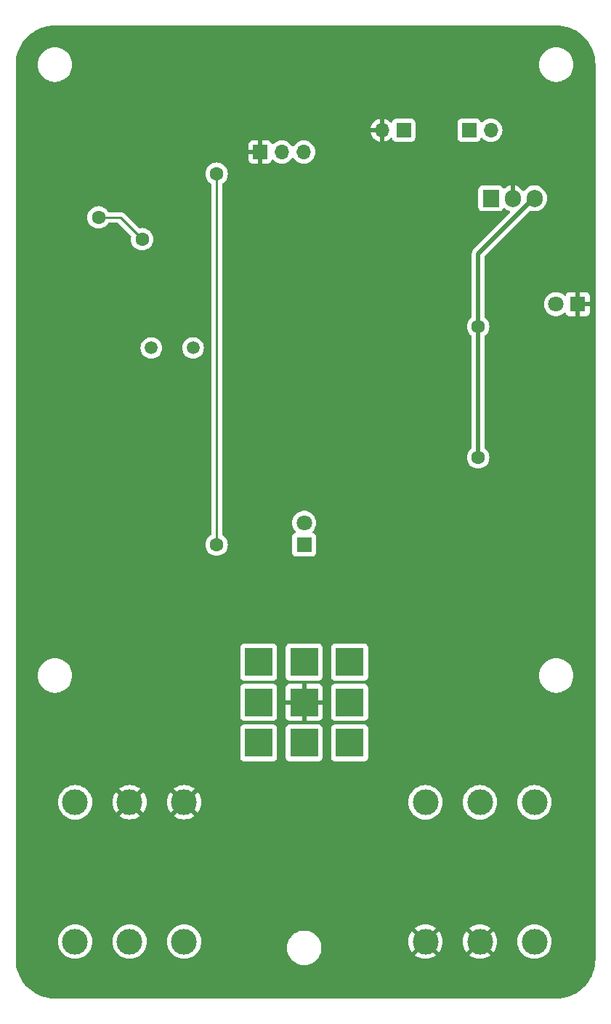
<source format=gbr>
%TF.GenerationSoftware,KiCad,Pcbnew,7.0.8*%
%TF.CreationDate,2023-11-15T23:49:16-08:00*%
%TF.ProjectId,guitar_pedal,67756974-6172-45f7-9065-64616c2e6b69,rev?*%
%TF.SameCoordinates,Original*%
%TF.FileFunction,Copper,L2,Bot*%
%TF.FilePolarity,Positive*%
%FSLAX46Y46*%
G04 Gerber Fmt 4.6, Leading zero omitted, Abs format (unit mm)*
G04 Created by KiCad (PCBNEW 7.0.8) date 2023-11-15 23:49:16*
%MOMM*%
%LPD*%
G01*
G04 APERTURE LIST*
%TA.AperFunction,ComponentPad*%
%ADD10R,1.905000X2.000000*%
%TD*%
%TA.AperFunction,ComponentPad*%
%ADD11O,1.905000X2.000000*%
%TD*%
%TA.AperFunction,ComponentPad*%
%ADD12R,1.800000X1.800000*%
%TD*%
%TA.AperFunction,ComponentPad*%
%ADD13C,1.800000*%
%TD*%
%TA.AperFunction,ComponentPad*%
%ADD14C,3.000000*%
%TD*%
%TA.AperFunction,ComponentPad*%
%ADD15C,1.500000*%
%TD*%
%TA.AperFunction,ComponentPad*%
%ADD16R,1.700000X1.700000*%
%TD*%
%TA.AperFunction,ComponentPad*%
%ADD17O,1.700000X1.700000*%
%TD*%
%TA.AperFunction,ComponentPad*%
%ADD18R,3.302000X3.302000*%
%TD*%
%TA.AperFunction,ViaPad*%
%ADD19C,1.600000*%
%TD*%
%TA.AperFunction,Conductor*%
%ADD20C,0.500000*%
%TD*%
%TA.AperFunction,Conductor*%
%ADD21C,0.250000*%
%TD*%
G04 APERTURE END LIST*
D10*
%TO.P,U2,1,IN*%
%TO.N,Net-(SW1-B)*%
X176735000Y-61285000D03*
D11*
%TO.P,U2,2,GND*%
%TO.N,GND*%
X179275000Y-61285000D03*
%TO.P,U2,3,OUT*%
%TO.N,+5V*%
X181815000Y-61285000D03*
%TD*%
D12*
%TO.P,D2,1,K*%
%TO.N,Net-(D2-K)*%
X154975000Y-101600000D03*
D13*
%TO.P,D2,2,A*%
%TO.N,Net-(D2-A)*%
X154975000Y-99060000D03*
%TD*%
D14*
%TO.P,J2,R*%
%TO.N,GND*%
X175465000Y-147815000D03*
%TO.P,J2,RN*%
%TO.N,unconnected-(J2-PadRN)*%
X175465000Y-131585000D03*
%TO.P,J2,S*%
%TO.N,GND*%
X169115000Y-147815000D03*
%TO.P,J2,SN*%
%TO.N,unconnected-(J2-PadSN)*%
X169115000Y-131585000D03*
%TO.P,J2,T*%
%TO.N,Net-(SW2-C2)*%
X181815000Y-147815000D03*
%TO.P,J2,TN*%
%TO.N,unconnected-(J2-PadTN)*%
X181815000Y-131585000D03*
%TD*%
D15*
%TO.P,Y1,1,1*%
%TO.N,Net-(U1-XTAL2)*%
X137160000Y-78700000D03*
%TO.P,Y1,2,2*%
%TO.N,Net-(U1-XTAL1)*%
X142040000Y-78700000D03*
%TD*%
D12*
%TO.P,D1,1,K*%
%TO.N,GND*%
X186869009Y-73605086D03*
D13*
%TO.P,D1,2,A*%
%TO.N,Net-(D1-A)*%
X184329009Y-73605086D03*
%TD*%
D16*
%TO.P,RV1,1,1*%
%TO.N,GND*%
X149860000Y-55880000D03*
D17*
%TO.P,RV1,2,2*%
%TO.N,PA1*%
X152400000Y-55880000D03*
%TO.P,RV1,3,3*%
%TO.N,+5V*%
X154940000Y-55880000D03*
%TD*%
D16*
%TO.P,BT1,1,+*%
%TO.N,+9V*%
X166575000Y-53340000D03*
D17*
%TO.P,BT1,2,-*%
%TO.N,GND*%
X164035000Y-53340000D03*
%TD*%
D18*
%TO.P,SW2,1,A1*%
%TO.N,FX In*%
X149675000Y-115260000D03*
%TO.P,SW2,2,B1*%
%TO.N,Net-(D2-K)*%
X154975000Y-115260000D03*
%TO.P,SW2,3,C1*%
%TO.N,FX Out*%
X160275000Y-115260000D03*
%TO.P,SW2,4,A2*%
%TO.N,Net-(SW2-A2)*%
X149675000Y-119960000D03*
%TO.P,SW2,5,B2*%
%TO.N,GND*%
X154975000Y-119960000D03*
%TO.P,SW2,6,C2*%
%TO.N,Net-(SW2-C2)*%
X160275000Y-119960000D03*
%TO.P,SW2,7,A3*%
%TO.N,Net-(SW2-A3)*%
X149675000Y-124660000D03*
%TO.P,SW2,8,B3*%
%TO.N,unconnected-(SW2-B3-Pad8)*%
X154975000Y-124660000D03*
%TO.P,SW2,9,C3*%
%TO.N,Net-(SW2-A3)*%
X160275000Y-124660000D03*
%TD*%
D16*
%TO.P,SW1,1,A*%
%TO.N,+9V*%
X174195000Y-53340000D03*
D17*
%TO.P,SW1,2,B*%
%TO.N,Net-(SW1-B)*%
X176735000Y-53340000D03*
%TD*%
D14*
%TO.P,J1,R*%
%TO.N,GND*%
X134645000Y-131585000D03*
%TO.P,J1,RN*%
%TO.N,unconnected-(J1-PadRN)*%
X134645000Y-147815000D03*
%TO.P,J1,S*%
%TO.N,GND*%
X140995000Y-131585000D03*
%TO.P,J1,SN*%
%TO.N,unconnected-(J1-PadSN)*%
X140995000Y-147815000D03*
%TO.P,J1,T*%
%TO.N,Net-(SW2-A2)*%
X128295000Y-131585000D03*
%TO.P,J1,TN*%
%TO.N,unconnected-(J1-PadTN)*%
X128295000Y-147815000D03*
%TD*%
D19*
%TO.N,GND*%
X157480000Y-83820000D03*
X124460000Y-99060000D03*
X137160000Y-127000000D03*
X165100000Y-106680000D03*
X170180000Y-119380000D03*
X170180000Y-139700000D03*
X181815000Y-53340000D03*
X134620000Y-111760000D03*
X139700000Y-139700000D03*
X169115000Y-65520000D03*
X170180000Y-50800000D03*
X132080000Y-53340000D03*
X141175000Y-66040000D03*
X129540000Y-139700000D03*
X134620000Y-119380000D03*
X159833778Y-131582449D03*
X142240000Y-83820000D03*
X175260000Y-124460000D03*
X175260000Y-106680000D03*
X134620000Y-45720000D03*
X124460000Y-86360000D03*
X160020000Y-58420000D03*
X147320000Y-109220000D03*
X175260000Y-45720000D03*
X141175000Y-101600000D03*
X157480000Y-78740000D03*
X124460000Y-71120000D03*
X154940000Y-139700000D03*
X154940000Y-134620000D03*
X157480000Y-104140000D03*
X142240000Y-55880000D03*
X171655000Y-91440000D03*
%TO.N,+5V*%
X175260000Y-91440000D03*
X175260000Y-76200000D03*
%TO.N,Net-(J3-SCK)*%
X131015000Y-63500000D03*
X136095000Y-66040000D03*
%TO.N,PA0*%
X144780000Y-101600000D03*
X144780000Y-58420000D03*
%TD*%
D20*
%TO.N,+5V*%
X181815000Y-61285000D02*
X181815000Y-61169306D01*
X175260000Y-67724306D02*
X175260000Y-76200000D01*
X175260000Y-91440000D02*
X175260000Y-76200000D01*
X181815000Y-61169306D02*
X175260000Y-67724306D01*
D21*
%TO.N,Net-(J3-SCK)*%
X133555000Y-63500000D02*
X131015000Y-63500000D01*
X136095000Y-66040000D02*
X133555000Y-63500000D01*
%TO.N,PA0*%
X144780000Y-101600000D02*
X144780000Y-58420000D01*
%TD*%
%TA.AperFunction,Conductor*%
%TO.N,GND*%
G36*
X184372532Y-41141265D02*
G01*
X184751447Y-41157808D01*
X184756799Y-41158277D01*
X185147543Y-41209720D01*
X185152859Y-41210658D01*
X185537619Y-41295957D01*
X185542830Y-41297352D01*
X185918704Y-41415865D01*
X185923761Y-41417705D01*
X186287889Y-41568531D01*
X186292767Y-41570805D01*
X186642350Y-41752787D01*
X186647028Y-41755489D01*
X186979412Y-41967240D01*
X186983845Y-41970344D01*
X187296500Y-42210252D01*
X187300645Y-42213731D01*
X187591199Y-42479974D01*
X187595025Y-42483800D01*
X187861268Y-42774354D01*
X187864747Y-42778499D01*
X188104655Y-43091154D01*
X188107759Y-43095587D01*
X188319510Y-43427971D01*
X188322216Y-43432657D01*
X188479504Y-43734804D01*
X188504185Y-43782214D01*
X188506472Y-43787119D01*
X188657289Y-44151225D01*
X188659135Y-44156299D01*
X188777642Y-44532153D01*
X188779042Y-44537380D01*
X188864341Y-44922140D01*
X188865281Y-44927469D01*
X188916720Y-45318182D01*
X188917192Y-45323573D01*
X188934500Y-45720000D01*
X188934500Y-149860000D01*
X188917192Y-150256426D01*
X188916720Y-150261817D01*
X188865281Y-150652530D01*
X188864341Y-150657859D01*
X188779042Y-151042619D01*
X188777642Y-151047846D01*
X188659135Y-151423700D01*
X188657285Y-151428785D01*
X188506472Y-151792880D01*
X188504185Y-151797785D01*
X188322216Y-152147342D01*
X188319510Y-152152028D01*
X188107759Y-152484412D01*
X188104655Y-152488845D01*
X187864747Y-152801500D01*
X187861268Y-152805645D01*
X187595025Y-153096199D01*
X187591199Y-153100025D01*
X187300645Y-153366268D01*
X187296500Y-153369747D01*
X186983845Y-153609655D01*
X186979412Y-153612759D01*
X186647028Y-153824510D01*
X186642342Y-153827216D01*
X186292785Y-154009185D01*
X186287880Y-154011472D01*
X185923785Y-154162285D01*
X185918700Y-154164135D01*
X185542846Y-154282642D01*
X185537619Y-154284042D01*
X185152859Y-154369341D01*
X185147530Y-154370281D01*
X184756817Y-154421720D01*
X184751426Y-154422192D01*
X184355000Y-154439500D01*
X125935000Y-154439500D01*
X125538573Y-154422192D01*
X125533182Y-154421720D01*
X125142469Y-154370281D01*
X125137140Y-154369341D01*
X124752380Y-154284042D01*
X124747153Y-154282642D01*
X124371299Y-154164135D01*
X124366225Y-154162289D01*
X124002119Y-154011472D01*
X123997222Y-154009189D01*
X123647657Y-153827216D01*
X123642971Y-153824510D01*
X123310587Y-153612759D01*
X123306154Y-153609655D01*
X122993499Y-153369747D01*
X122989354Y-153366268D01*
X122698800Y-153100025D01*
X122694974Y-153096199D01*
X122428731Y-152805645D01*
X122425252Y-152801500D01*
X122185344Y-152488845D01*
X122182240Y-152484412D01*
X121970489Y-152152028D01*
X121967783Y-152147342D01*
X121785805Y-151797767D01*
X121783527Y-151792880D01*
X121632705Y-151428761D01*
X121630864Y-151423700D01*
X121615806Y-151375942D01*
X121512352Y-151047830D01*
X121510957Y-151042619D01*
X121425658Y-150657859D01*
X121424720Y-150652543D01*
X121373277Y-150261799D01*
X121372808Y-150256447D01*
X121355500Y-149860000D01*
X121355500Y-149794108D01*
X121355500Y-147815001D01*
X126289390Y-147815001D01*
X126309804Y-148100433D01*
X126370628Y-148380037D01*
X126370630Y-148380043D01*
X126370631Y-148380046D01*
X126426593Y-148530085D01*
X126470635Y-148648166D01*
X126607770Y-148899309D01*
X126607775Y-148899317D01*
X126779254Y-149128387D01*
X126779270Y-149128405D01*
X126981594Y-149330729D01*
X126981612Y-149330745D01*
X127210682Y-149502224D01*
X127210690Y-149502229D01*
X127461833Y-149639364D01*
X127461832Y-149639364D01*
X127461836Y-149639365D01*
X127461839Y-149639367D01*
X127729954Y-149739369D01*
X127729960Y-149739370D01*
X127729962Y-149739371D01*
X128009566Y-149800195D01*
X128009568Y-149800195D01*
X128009572Y-149800196D01*
X128263220Y-149818337D01*
X128294999Y-149820610D01*
X128295000Y-149820610D01*
X128295001Y-149820610D01*
X128323595Y-149818564D01*
X128580428Y-149800196D01*
X128608415Y-149794108D01*
X128860037Y-149739371D01*
X128860037Y-149739370D01*
X128860046Y-149739369D01*
X129128161Y-149639367D01*
X129379315Y-149502226D01*
X129608395Y-149330739D01*
X129810739Y-149128395D01*
X129982226Y-148899315D01*
X130119367Y-148648161D01*
X130219369Y-148380046D01*
X130280196Y-148100428D01*
X130300610Y-147815001D01*
X132639390Y-147815001D01*
X132659804Y-148100433D01*
X132720628Y-148380037D01*
X132720630Y-148380043D01*
X132720631Y-148380046D01*
X132776593Y-148530085D01*
X132820635Y-148648166D01*
X132957770Y-148899309D01*
X132957775Y-148899317D01*
X133129254Y-149128387D01*
X133129270Y-149128405D01*
X133331594Y-149330729D01*
X133331612Y-149330745D01*
X133560682Y-149502224D01*
X133560690Y-149502229D01*
X133811833Y-149639364D01*
X133811832Y-149639364D01*
X133811836Y-149639365D01*
X133811839Y-149639367D01*
X134079954Y-149739369D01*
X134079960Y-149739370D01*
X134079962Y-149739371D01*
X134359566Y-149800195D01*
X134359568Y-149800195D01*
X134359572Y-149800196D01*
X134613220Y-149818337D01*
X134644999Y-149820610D01*
X134645000Y-149820610D01*
X134645001Y-149820610D01*
X134673595Y-149818564D01*
X134930428Y-149800196D01*
X134958415Y-149794108D01*
X135210037Y-149739371D01*
X135210037Y-149739370D01*
X135210046Y-149739369D01*
X135478161Y-149639367D01*
X135729315Y-149502226D01*
X135958395Y-149330739D01*
X136160739Y-149128395D01*
X136332226Y-148899315D01*
X136469367Y-148648161D01*
X136569369Y-148380046D01*
X136630196Y-148100428D01*
X136650610Y-147815001D01*
X138989390Y-147815001D01*
X139009804Y-148100433D01*
X139070628Y-148380037D01*
X139070630Y-148380043D01*
X139070631Y-148380046D01*
X139126593Y-148530085D01*
X139170635Y-148648166D01*
X139307770Y-148899309D01*
X139307775Y-148899317D01*
X139479254Y-149128387D01*
X139479270Y-149128405D01*
X139681594Y-149330729D01*
X139681612Y-149330745D01*
X139910682Y-149502224D01*
X139910690Y-149502229D01*
X140161833Y-149639364D01*
X140161832Y-149639364D01*
X140161836Y-149639365D01*
X140161839Y-149639367D01*
X140429954Y-149739369D01*
X140429960Y-149739370D01*
X140429962Y-149739371D01*
X140709566Y-149800195D01*
X140709568Y-149800195D01*
X140709572Y-149800196D01*
X140963220Y-149818337D01*
X140994999Y-149820610D01*
X140995000Y-149820610D01*
X140995001Y-149820610D01*
X141023595Y-149818564D01*
X141280428Y-149800196D01*
X141308415Y-149794108D01*
X141560037Y-149739371D01*
X141560037Y-149739370D01*
X141560046Y-149739369D01*
X141828161Y-149639367D01*
X142079315Y-149502226D01*
X142308395Y-149330739D01*
X142510739Y-149128395D01*
X142682226Y-148899315D01*
X142819367Y-148648161D01*
X142863406Y-148530088D01*
X152985985Y-148530088D01*
X153006399Y-148815520D01*
X153067223Y-149095124D01*
X153167230Y-149363253D01*
X153304365Y-149614396D01*
X153304370Y-149614404D01*
X153475849Y-149843474D01*
X153475865Y-149843492D01*
X153678189Y-150045816D01*
X153678207Y-150045832D01*
X153907277Y-150217311D01*
X153907285Y-150217316D01*
X154158428Y-150354451D01*
X154158427Y-150354451D01*
X154158431Y-150354452D01*
X154158434Y-150354454D01*
X154426549Y-150454456D01*
X154426555Y-150454457D01*
X154426557Y-150454458D01*
X154706161Y-150515282D01*
X154706163Y-150515282D01*
X154706167Y-150515283D01*
X154920147Y-150530587D01*
X155063043Y-150530587D01*
X155277023Y-150515283D01*
X155556641Y-150454456D01*
X155824756Y-150354454D01*
X156075910Y-150217313D01*
X156304990Y-150045826D01*
X156507334Y-149843482D01*
X156678821Y-149614402D01*
X156815962Y-149363248D01*
X156915964Y-149095133D01*
X156958561Y-148899317D01*
X156976790Y-148815520D01*
X156976790Y-148815519D01*
X156976791Y-148815515D01*
X156997205Y-148530087D01*
X156976791Y-148244659D01*
X156970462Y-148215566D01*
X156915966Y-147965049D01*
X156915965Y-147965047D01*
X156915964Y-147965041D01*
X156860002Y-147815001D01*
X167109891Y-147815001D01*
X167130300Y-148100362D01*
X167191109Y-148379895D01*
X167291091Y-148647958D01*
X167428191Y-148899038D01*
X167428196Y-148899046D01*
X167534882Y-149041561D01*
X167534883Y-149041562D01*
X168474859Y-148101586D01*
X168534680Y-148215566D01*
X168647405Y-148342806D01*
X168787305Y-148439371D01*
X168828542Y-148455010D01*
X167888436Y-149395115D01*
X168030960Y-149501807D01*
X168030961Y-149501808D01*
X168282042Y-149638908D01*
X168282041Y-149638908D01*
X168550104Y-149738890D01*
X168829637Y-149799699D01*
X169114999Y-149820109D01*
X169115001Y-149820109D01*
X169400362Y-149799699D01*
X169679895Y-149738890D01*
X169947958Y-149638908D01*
X170199047Y-149501803D01*
X170341561Y-149395116D01*
X170341562Y-149395115D01*
X169401458Y-148455010D01*
X169442695Y-148439371D01*
X169582595Y-148342806D01*
X169695320Y-148215566D01*
X169755140Y-148101587D01*
X170695115Y-149041562D01*
X170695116Y-149041561D01*
X170801803Y-148899047D01*
X170938908Y-148647958D01*
X171038890Y-148379895D01*
X171099699Y-148100362D01*
X171120109Y-147815001D01*
X173459891Y-147815001D01*
X173480300Y-148100362D01*
X173541109Y-148379895D01*
X173641091Y-148647958D01*
X173778191Y-148899038D01*
X173778196Y-148899046D01*
X173884882Y-149041561D01*
X173884883Y-149041562D01*
X174824859Y-148101586D01*
X174884680Y-148215566D01*
X174997405Y-148342806D01*
X175137305Y-148439371D01*
X175178542Y-148455010D01*
X174238436Y-149395115D01*
X174380960Y-149501807D01*
X174380961Y-149501808D01*
X174632042Y-149638908D01*
X174632041Y-149638908D01*
X174900104Y-149738890D01*
X175179637Y-149799699D01*
X175464999Y-149820109D01*
X175465001Y-149820109D01*
X175750362Y-149799699D01*
X176029895Y-149738890D01*
X176297958Y-149638908D01*
X176549047Y-149501803D01*
X176691561Y-149395116D01*
X176691562Y-149395115D01*
X175751458Y-148455010D01*
X175792695Y-148439371D01*
X175932595Y-148342806D01*
X176045320Y-148215566D01*
X176105140Y-148101587D01*
X177045115Y-149041562D01*
X177045116Y-149041561D01*
X177151803Y-148899047D01*
X177288908Y-148647958D01*
X177388890Y-148379895D01*
X177449699Y-148100362D01*
X177470109Y-147815001D01*
X179809390Y-147815001D01*
X179829804Y-148100433D01*
X179890628Y-148380037D01*
X179890630Y-148380043D01*
X179890631Y-148380046D01*
X179946593Y-148530085D01*
X179990635Y-148648166D01*
X180127770Y-148899309D01*
X180127775Y-148899317D01*
X180299254Y-149128387D01*
X180299270Y-149128405D01*
X180501594Y-149330729D01*
X180501612Y-149330745D01*
X180730682Y-149502224D01*
X180730690Y-149502229D01*
X180981833Y-149639364D01*
X180981832Y-149639364D01*
X180981836Y-149639365D01*
X180981839Y-149639367D01*
X181249954Y-149739369D01*
X181249960Y-149739370D01*
X181249962Y-149739371D01*
X181529566Y-149800195D01*
X181529568Y-149800195D01*
X181529572Y-149800196D01*
X181783220Y-149818337D01*
X181814999Y-149820610D01*
X181815000Y-149820610D01*
X181815001Y-149820610D01*
X181843595Y-149818564D01*
X182100428Y-149800196D01*
X182128415Y-149794108D01*
X182380037Y-149739371D01*
X182380037Y-149739370D01*
X182380046Y-149739369D01*
X182648161Y-149639367D01*
X182899315Y-149502226D01*
X183128395Y-149330739D01*
X183330739Y-149128395D01*
X183502226Y-148899315D01*
X183639367Y-148648161D01*
X183739369Y-148380046D01*
X183800196Y-148100428D01*
X183820610Y-147815000D01*
X183800196Y-147529572D01*
X183781966Y-147445772D01*
X183739371Y-147249962D01*
X183739370Y-147249960D01*
X183739369Y-147249954D01*
X183639367Y-146981839D01*
X183502372Y-146730953D01*
X183502229Y-146730690D01*
X183502224Y-146730682D01*
X183330745Y-146501612D01*
X183330729Y-146501594D01*
X183128405Y-146299270D01*
X183128387Y-146299254D01*
X182899317Y-146127775D01*
X182899309Y-146127770D01*
X182648166Y-145990635D01*
X182648167Y-145990635D01*
X182540915Y-145950632D01*
X182380046Y-145890631D01*
X182380043Y-145890630D01*
X182380037Y-145890628D01*
X182100433Y-145829804D01*
X181815001Y-145809390D01*
X181814999Y-145809390D01*
X181529566Y-145829804D01*
X181249962Y-145890628D01*
X180981833Y-145990635D01*
X180730690Y-146127770D01*
X180730682Y-146127775D01*
X180501612Y-146299254D01*
X180501594Y-146299270D01*
X180299270Y-146501594D01*
X180299254Y-146501612D01*
X180127775Y-146730682D01*
X180127770Y-146730690D01*
X179990635Y-146981833D01*
X179890628Y-147249962D01*
X179829804Y-147529566D01*
X179809390Y-147814998D01*
X179809390Y-147815001D01*
X177470109Y-147815001D01*
X177470109Y-147814998D01*
X177449699Y-147529637D01*
X177388890Y-147250104D01*
X177288908Y-146982041D01*
X177151808Y-146730961D01*
X177151807Y-146730960D01*
X177045115Y-146588436D01*
X176105139Y-147528412D01*
X176045320Y-147414434D01*
X175932595Y-147287194D01*
X175792695Y-147190629D01*
X175751457Y-147174989D01*
X176691562Y-146234883D01*
X176691561Y-146234882D01*
X176549046Y-146128196D01*
X176549038Y-146128191D01*
X176297957Y-145991091D01*
X176297958Y-145991091D01*
X176029895Y-145891109D01*
X175750362Y-145830300D01*
X175465001Y-145809891D01*
X175464999Y-145809891D01*
X175179637Y-145830300D01*
X174900104Y-145891109D01*
X174632041Y-145991091D01*
X174380961Y-146128191D01*
X174380953Y-146128196D01*
X174238437Y-146234882D01*
X174238436Y-146234883D01*
X175178543Y-147174989D01*
X175137305Y-147190629D01*
X174997405Y-147287194D01*
X174884680Y-147414434D01*
X174824859Y-147528412D01*
X173884883Y-146588436D01*
X173884882Y-146588437D01*
X173778196Y-146730953D01*
X173778191Y-146730961D01*
X173641091Y-146982041D01*
X173541109Y-147250104D01*
X173480300Y-147529637D01*
X173459891Y-147814998D01*
X173459891Y-147815001D01*
X171120109Y-147815001D01*
X171120109Y-147814998D01*
X171099699Y-147529637D01*
X171038890Y-147250104D01*
X170938908Y-146982041D01*
X170801808Y-146730961D01*
X170801807Y-146730960D01*
X170695115Y-146588436D01*
X169755139Y-147528412D01*
X169695320Y-147414434D01*
X169582595Y-147287194D01*
X169442695Y-147190629D01*
X169401457Y-147174989D01*
X170341562Y-146234883D01*
X170341561Y-146234882D01*
X170199046Y-146128196D01*
X170199038Y-146128191D01*
X169947957Y-145991091D01*
X169947958Y-145991091D01*
X169679895Y-145891109D01*
X169400362Y-145830300D01*
X169115001Y-145809891D01*
X169114999Y-145809891D01*
X168829637Y-145830300D01*
X168550104Y-145891109D01*
X168282041Y-145991091D01*
X168030961Y-146128191D01*
X168030953Y-146128196D01*
X167888437Y-146234882D01*
X167888436Y-146234883D01*
X168828543Y-147174989D01*
X168787305Y-147190629D01*
X168647405Y-147287194D01*
X168534680Y-147414434D01*
X168474859Y-147528412D01*
X167534883Y-146588436D01*
X167534882Y-146588437D01*
X167428196Y-146730953D01*
X167428191Y-146730961D01*
X167291091Y-146982041D01*
X167191109Y-147250104D01*
X167130300Y-147529637D01*
X167109891Y-147814998D01*
X167109891Y-147815001D01*
X156860002Y-147815001D01*
X156815962Y-147696926D01*
X156724579Y-147529572D01*
X156678824Y-147445777D01*
X156678819Y-147445769D01*
X156507340Y-147216699D01*
X156507324Y-147216681D01*
X156305000Y-147014357D01*
X156304982Y-147014341D01*
X156075912Y-146842862D01*
X156075904Y-146842857D01*
X155824761Y-146705722D01*
X155824762Y-146705722D01*
X155717510Y-146665719D01*
X155556641Y-146605718D01*
X155556638Y-146605717D01*
X155556632Y-146605715D01*
X155277028Y-146544891D01*
X155063043Y-146529587D01*
X154920147Y-146529587D01*
X154706161Y-146544891D01*
X154426557Y-146605715D01*
X154158428Y-146705722D01*
X153907285Y-146842857D01*
X153907277Y-146842862D01*
X153678207Y-147014341D01*
X153678189Y-147014357D01*
X153475865Y-147216681D01*
X153475849Y-147216699D01*
X153304370Y-147445769D01*
X153304365Y-147445777D01*
X153167230Y-147696920D01*
X153067223Y-147965049D01*
X153006399Y-148244653D01*
X152985985Y-148530085D01*
X152985985Y-148530088D01*
X142863406Y-148530088D01*
X142919369Y-148380046D01*
X142980196Y-148100428D01*
X143000610Y-147815000D01*
X142980196Y-147529572D01*
X142961966Y-147445772D01*
X142919371Y-147249962D01*
X142919370Y-147249960D01*
X142919369Y-147249954D01*
X142819367Y-146981839D01*
X142682372Y-146730953D01*
X142682229Y-146730690D01*
X142682224Y-146730682D01*
X142510745Y-146501612D01*
X142510729Y-146501594D01*
X142308405Y-146299270D01*
X142308387Y-146299254D01*
X142079317Y-146127775D01*
X142079309Y-146127770D01*
X141828166Y-145990635D01*
X141828167Y-145990635D01*
X141720915Y-145950632D01*
X141560046Y-145890631D01*
X141560043Y-145890630D01*
X141560037Y-145890628D01*
X141280433Y-145829804D01*
X140995001Y-145809390D01*
X140994999Y-145809390D01*
X140709566Y-145829804D01*
X140429962Y-145890628D01*
X140161833Y-145990635D01*
X139910690Y-146127770D01*
X139910682Y-146127775D01*
X139681612Y-146299254D01*
X139681594Y-146299270D01*
X139479270Y-146501594D01*
X139479254Y-146501612D01*
X139307775Y-146730682D01*
X139307770Y-146730690D01*
X139170635Y-146981833D01*
X139070628Y-147249962D01*
X139009804Y-147529566D01*
X138989390Y-147814998D01*
X138989390Y-147815001D01*
X136650610Y-147815001D01*
X136650610Y-147815000D01*
X136630196Y-147529572D01*
X136611966Y-147445772D01*
X136569371Y-147249962D01*
X136569370Y-147249960D01*
X136569369Y-147249954D01*
X136469367Y-146981839D01*
X136332372Y-146730953D01*
X136332229Y-146730690D01*
X136332224Y-146730682D01*
X136160745Y-146501612D01*
X136160729Y-146501594D01*
X135958405Y-146299270D01*
X135958387Y-146299254D01*
X135729317Y-146127775D01*
X135729309Y-146127770D01*
X135478166Y-145990635D01*
X135478167Y-145990635D01*
X135370915Y-145950632D01*
X135210046Y-145890631D01*
X135210043Y-145890630D01*
X135210037Y-145890628D01*
X134930433Y-145829804D01*
X134645001Y-145809390D01*
X134644999Y-145809390D01*
X134359566Y-145829804D01*
X134079962Y-145890628D01*
X133811833Y-145990635D01*
X133560690Y-146127770D01*
X133560682Y-146127775D01*
X133331612Y-146299254D01*
X133331594Y-146299270D01*
X133129270Y-146501594D01*
X133129254Y-146501612D01*
X132957775Y-146730682D01*
X132957770Y-146730690D01*
X132820635Y-146981833D01*
X132720628Y-147249962D01*
X132659804Y-147529566D01*
X132639390Y-147814998D01*
X132639390Y-147815001D01*
X130300610Y-147815001D01*
X130300610Y-147815000D01*
X130280196Y-147529572D01*
X130261966Y-147445772D01*
X130219371Y-147249962D01*
X130219370Y-147249960D01*
X130219369Y-147249954D01*
X130119367Y-146981839D01*
X129982372Y-146730953D01*
X129982229Y-146730690D01*
X129982224Y-146730682D01*
X129810745Y-146501612D01*
X129810729Y-146501594D01*
X129608405Y-146299270D01*
X129608387Y-146299254D01*
X129379317Y-146127775D01*
X129379309Y-146127770D01*
X129128166Y-145990635D01*
X129128167Y-145990635D01*
X129020915Y-145950632D01*
X128860046Y-145890631D01*
X128860043Y-145890630D01*
X128860037Y-145890628D01*
X128580433Y-145829804D01*
X128295001Y-145809390D01*
X128294999Y-145809390D01*
X128009566Y-145829804D01*
X127729962Y-145890628D01*
X127461833Y-145990635D01*
X127210690Y-146127770D01*
X127210682Y-146127775D01*
X126981612Y-146299254D01*
X126981594Y-146299270D01*
X126779270Y-146501594D01*
X126779254Y-146501612D01*
X126607775Y-146730682D01*
X126607770Y-146730690D01*
X126470635Y-146981833D01*
X126370628Y-147249962D01*
X126309804Y-147529566D01*
X126289390Y-147814998D01*
X126289390Y-147815001D01*
X121355500Y-147815001D01*
X121355500Y-131585001D01*
X126289390Y-131585001D01*
X126309804Y-131870433D01*
X126370628Y-132150037D01*
X126370630Y-132150043D01*
X126370631Y-132150046D01*
X126470557Y-132417958D01*
X126470635Y-132418166D01*
X126607770Y-132669309D01*
X126607775Y-132669317D01*
X126779254Y-132898387D01*
X126779270Y-132898405D01*
X126981594Y-133100729D01*
X126981612Y-133100745D01*
X127210682Y-133272224D01*
X127210690Y-133272229D01*
X127461833Y-133409364D01*
X127461832Y-133409364D01*
X127461836Y-133409365D01*
X127461839Y-133409367D01*
X127729954Y-133509369D01*
X127729960Y-133509370D01*
X127729962Y-133509371D01*
X128009566Y-133570195D01*
X128009568Y-133570195D01*
X128009572Y-133570196D01*
X128263220Y-133588337D01*
X128294999Y-133590610D01*
X128295000Y-133590610D01*
X128295001Y-133590610D01*
X128323595Y-133588564D01*
X128580428Y-133570196D01*
X128860046Y-133509369D01*
X129128161Y-133409367D01*
X129379315Y-133272226D01*
X129608395Y-133100739D01*
X129810739Y-132898395D01*
X129982226Y-132669315D01*
X130119367Y-132418161D01*
X130219369Y-132150046D01*
X130280196Y-131870428D01*
X130300610Y-131585001D01*
X132639891Y-131585001D01*
X132660300Y-131870362D01*
X132721109Y-132149895D01*
X132821091Y-132417958D01*
X132958191Y-132669038D01*
X132958196Y-132669046D01*
X133064882Y-132811561D01*
X133064883Y-132811562D01*
X134004859Y-131871586D01*
X134064680Y-131985566D01*
X134177405Y-132112806D01*
X134317305Y-132209371D01*
X134358542Y-132225010D01*
X133418436Y-133165115D01*
X133560960Y-133271807D01*
X133560961Y-133271808D01*
X133812042Y-133408908D01*
X133812041Y-133408908D01*
X134080104Y-133508890D01*
X134359637Y-133569699D01*
X134644999Y-133590109D01*
X134645001Y-133590109D01*
X134930362Y-133569699D01*
X135209895Y-133508890D01*
X135477958Y-133408908D01*
X135729047Y-133271803D01*
X135871561Y-133165116D01*
X135871562Y-133165115D01*
X134931458Y-132225010D01*
X134972695Y-132209371D01*
X135112595Y-132112806D01*
X135225320Y-131985566D01*
X135285140Y-131871587D01*
X136225115Y-132811562D01*
X136225116Y-132811561D01*
X136331803Y-132669047D01*
X136468908Y-132417958D01*
X136568890Y-132149895D01*
X136629699Y-131870362D01*
X136650109Y-131585001D01*
X138989891Y-131585001D01*
X139010300Y-131870362D01*
X139071109Y-132149895D01*
X139171091Y-132417958D01*
X139308191Y-132669038D01*
X139308196Y-132669046D01*
X139414882Y-132811561D01*
X139414883Y-132811562D01*
X140354859Y-131871586D01*
X140414680Y-131985566D01*
X140527405Y-132112806D01*
X140667305Y-132209371D01*
X140708542Y-132225010D01*
X139768436Y-133165115D01*
X139910960Y-133271807D01*
X139910961Y-133271808D01*
X140162042Y-133408908D01*
X140162041Y-133408908D01*
X140430104Y-133508890D01*
X140709637Y-133569699D01*
X140994999Y-133590109D01*
X140995001Y-133590109D01*
X141280362Y-133569699D01*
X141559895Y-133508890D01*
X141827958Y-133408908D01*
X142079047Y-133271803D01*
X142221561Y-133165116D01*
X142221562Y-133165115D01*
X141281458Y-132225010D01*
X141322695Y-132209371D01*
X141462595Y-132112806D01*
X141575320Y-131985566D01*
X141635140Y-131871587D01*
X142575115Y-132811562D01*
X142575116Y-132811561D01*
X142681803Y-132669047D01*
X142818908Y-132417958D01*
X142918890Y-132149895D01*
X142979699Y-131870362D01*
X143000109Y-131585001D01*
X167109390Y-131585001D01*
X167129804Y-131870433D01*
X167190628Y-132150037D01*
X167190630Y-132150043D01*
X167190631Y-132150046D01*
X167290557Y-132417958D01*
X167290635Y-132418166D01*
X167427770Y-132669309D01*
X167427775Y-132669317D01*
X167599254Y-132898387D01*
X167599270Y-132898405D01*
X167801594Y-133100729D01*
X167801612Y-133100745D01*
X168030682Y-133272224D01*
X168030690Y-133272229D01*
X168281833Y-133409364D01*
X168281832Y-133409364D01*
X168281836Y-133409365D01*
X168281839Y-133409367D01*
X168549954Y-133509369D01*
X168549960Y-133509370D01*
X168549962Y-133509371D01*
X168829566Y-133570195D01*
X168829568Y-133570195D01*
X168829572Y-133570196D01*
X169083220Y-133588337D01*
X169114999Y-133590610D01*
X169115000Y-133590610D01*
X169115001Y-133590610D01*
X169143595Y-133588564D01*
X169400428Y-133570196D01*
X169680046Y-133509369D01*
X169948161Y-133409367D01*
X170199315Y-133272226D01*
X170428395Y-133100739D01*
X170630739Y-132898395D01*
X170802226Y-132669315D01*
X170939367Y-132418161D01*
X171039369Y-132150046D01*
X171100196Y-131870428D01*
X171120610Y-131585001D01*
X173459390Y-131585001D01*
X173479804Y-131870433D01*
X173540628Y-132150037D01*
X173540630Y-132150043D01*
X173540631Y-132150046D01*
X173640557Y-132417958D01*
X173640635Y-132418166D01*
X173777770Y-132669309D01*
X173777775Y-132669317D01*
X173949254Y-132898387D01*
X173949270Y-132898405D01*
X174151594Y-133100729D01*
X174151612Y-133100745D01*
X174380682Y-133272224D01*
X174380690Y-133272229D01*
X174631833Y-133409364D01*
X174631832Y-133409364D01*
X174631836Y-133409365D01*
X174631839Y-133409367D01*
X174899954Y-133509369D01*
X174899960Y-133509370D01*
X174899962Y-133509371D01*
X175179566Y-133570195D01*
X175179568Y-133570195D01*
X175179572Y-133570196D01*
X175433220Y-133588337D01*
X175464999Y-133590610D01*
X175465000Y-133590610D01*
X175465001Y-133590610D01*
X175493595Y-133588564D01*
X175750428Y-133570196D01*
X176030046Y-133509369D01*
X176298161Y-133409367D01*
X176549315Y-133272226D01*
X176778395Y-133100739D01*
X176980739Y-132898395D01*
X177152226Y-132669315D01*
X177289367Y-132418161D01*
X177389369Y-132150046D01*
X177450196Y-131870428D01*
X177470610Y-131585001D01*
X179809390Y-131585001D01*
X179829804Y-131870433D01*
X179890628Y-132150037D01*
X179890630Y-132150043D01*
X179890631Y-132150046D01*
X179990557Y-132417958D01*
X179990635Y-132418166D01*
X180127770Y-132669309D01*
X180127775Y-132669317D01*
X180299254Y-132898387D01*
X180299270Y-132898405D01*
X180501594Y-133100729D01*
X180501612Y-133100745D01*
X180730682Y-133272224D01*
X180730690Y-133272229D01*
X180981833Y-133409364D01*
X180981832Y-133409364D01*
X180981836Y-133409365D01*
X180981839Y-133409367D01*
X181249954Y-133509369D01*
X181249960Y-133509370D01*
X181249962Y-133509371D01*
X181529566Y-133570195D01*
X181529568Y-133570195D01*
X181529572Y-133570196D01*
X181783220Y-133588337D01*
X181814999Y-133590610D01*
X181815000Y-133590610D01*
X181815001Y-133590610D01*
X181843595Y-133588564D01*
X182100428Y-133570196D01*
X182380046Y-133509369D01*
X182648161Y-133409367D01*
X182899315Y-133272226D01*
X183128395Y-133100739D01*
X183330739Y-132898395D01*
X183502226Y-132669315D01*
X183639367Y-132418161D01*
X183739369Y-132150046D01*
X183800196Y-131870428D01*
X183820610Y-131585000D01*
X183800196Y-131299572D01*
X183775149Y-131184434D01*
X183739371Y-131019962D01*
X183739370Y-131019960D01*
X183739369Y-131019954D01*
X183639367Y-130751839D01*
X183502372Y-130500953D01*
X183502229Y-130500690D01*
X183502224Y-130500682D01*
X183330745Y-130271612D01*
X183330729Y-130271594D01*
X183128405Y-130069270D01*
X183128387Y-130069254D01*
X182899317Y-129897775D01*
X182899309Y-129897770D01*
X182648166Y-129760635D01*
X182648167Y-129760635D01*
X182540915Y-129720632D01*
X182380046Y-129660631D01*
X182380043Y-129660630D01*
X182380037Y-129660628D01*
X182100433Y-129599804D01*
X181815001Y-129579390D01*
X181814999Y-129579390D01*
X181529566Y-129599804D01*
X181249962Y-129660628D01*
X180981833Y-129760635D01*
X180730690Y-129897770D01*
X180730682Y-129897775D01*
X180501612Y-130069254D01*
X180501594Y-130069270D01*
X180299270Y-130271594D01*
X180299254Y-130271612D01*
X180127775Y-130500682D01*
X180127770Y-130500690D01*
X179990635Y-130751833D01*
X179890628Y-131019962D01*
X179829804Y-131299566D01*
X179809390Y-131584998D01*
X179809390Y-131585001D01*
X177470610Y-131585001D01*
X177470610Y-131585000D01*
X177450196Y-131299572D01*
X177425149Y-131184434D01*
X177389371Y-131019962D01*
X177389370Y-131019960D01*
X177389369Y-131019954D01*
X177289367Y-130751839D01*
X177152372Y-130500953D01*
X177152229Y-130500690D01*
X177152224Y-130500682D01*
X176980745Y-130271612D01*
X176980729Y-130271594D01*
X176778405Y-130069270D01*
X176778387Y-130069254D01*
X176549317Y-129897775D01*
X176549309Y-129897770D01*
X176298166Y-129760635D01*
X176298167Y-129760635D01*
X176190915Y-129720632D01*
X176030046Y-129660631D01*
X176030043Y-129660630D01*
X176030037Y-129660628D01*
X175750433Y-129599804D01*
X175465001Y-129579390D01*
X175464999Y-129579390D01*
X175179566Y-129599804D01*
X174899962Y-129660628D01*
X174631833Y-129760635D01*
X174380690Y-129897770D01*
X174380682Y-129897775D01*
X174151612Y-130069254D01*
X174151594Y-130069270D01*
X173949270Y-130271594D01*
X173949254Y-130271612D01*
X173777775Y-130500682D01*
X173777770Y-130500690D01*
X173640635Y-130751833D01*
X173540628Y-131019962D01*
X173479804Y-131299566D01*
X173459390Y-131584998D01*
X173459390Y-131585001D01*
X171120610Y-131585001D01*
X171120610Y-131585000D01*
X171100196Y-131299572D01*
X171075149Y-131184434D01*
X171039371Y-131019962D01*
X171039370Y-131019960D01*
X171039369Y-131019954D01*
X170939367Y-130751839D01*
X170802372Y-130500953D01*
X170802229Y-130500690D01*
X170802224Y-130500682D01*
X170630745Y-130271612D01*
X170630729Y-130271594D01*
X170428405Y-130069270D01*
X170428387Y-130069254D01*
X170199317Y-129897775D01*
X170199309Y-129897770D01*
X169948166Y-129760635D01*
X169948167Y-129760635D01*
X169840915Y-129720632D01*
X169680046Y-129660631D01*
X169680043Y-129660630D01*
X169680037Y-129660628D01*
X169400433Y-129599804D01*
X169115001Y-129579390D01*
X169114999Y-129579390D01*
X168829566Y-129599804D01*
X168549962Y-129660628D01*
X168281833Y-129760635D01*
X168030690Y-129897770D01*
X168030682Y-129897775D01*
X167801612Y-130069254D01*
X167801594Y-130069270D01*
X167599270Y-130271594D01*
X167599254Y-130271612D01*
X167427775Y-130500682D01*
X167427770Y-130500690D01*
X167290635Y-130751833D01*
X167190628Y-131019962D01*
X167129804Y-131299566D01*
X167109390Y-131584998D01*
X167109390Y-131585001D01*
X143000109Y-131585001D01*
X143000109Y-131584998D01*
X142979699Y-131299637D01*
X142918890Y-131020104D01*
X142818908Y-130752041D01*
X142681808Y-130500961D01*
X142681807Y-130500960D01*
X142575115Y-130358436D01*
X141635139Y-131298412D01*
X141575320Y-131184434D01*
X141462595Y-131057194D01*
X141322695Y-130960629D01*
X141281457Y-130944989D01*
X142221562Y-130004883D01*
X142221561Y-130004882D01*
X142079046Y-129898196D01*
X142079038Y-129898191D01*
X141827957Y-129761091D01*
X141827958Y-129761091D01*
X141559895Y-129661109D01*
X141280362Y-129600300D01*
X140995001Y-129579891D01*
X140994999Y-129579891D01*
X140709637Y-129600300D01*
X140430104Y-129661109D01*
X140162041Y-129761091D01*
X139910961Y-129898191D01*
X139910953Y-129898196D01*
X139768437Y-130004882D01*
X139768436Y-130004883D01*
X140708543Y-130944989D01*
X140667305Y-130960629D01*
X140527405Y-131057194D01*
X140414680Y-131184434D01*
X140354859Y-131298412D01*
X139414883Y-130358436D01*
X139414882Y-130358437D01*
X139308196Y-130500953D01*
X139308191Y-130500961D01*
X139171091Y-130752041D01*
X139071109Y-131020104D01*
X139010300Y-131299637D01*
X138989891Y-131584998D01*
X138989891Y-131585001D01*
X136650109Y-131585001D01*
X136650109Y-131584998D01*
X136629699Y-131299637D01*
X136568890Y-131020104D01*
X136468908Y-130752041D01*
X136331808Y-130500961D01*
X136331807Y-130500960D01*
X136225115Y-130358436D01*
X135285139Y-131298412D01*
X135225320Y-131184434D01*
X135112595Y-131057194D01*
X134972695Y-130960629D01*
X134931457Y-130944989D01*
X135871562Y-130004883D01*
X135871561Y-130004882D01*
X135729046Y-129898196D01*
X135729038Y-129898191D01*
X135477957Y-129761091D01*
X135477958Y-129761091D01*
X135209895Y-129661109D01*
X134930362Y-129600300D01*
X134645001Y-129579891D01*
X134644999Y-129579891D01*
X134359637Y-129600300D01*
X134080104Y-129661109D01*
X133812041Y-129761091D01*
X133560961Y-129898191D01*
X133560953Y-129898196D01*
X133418437Y-130004882D01*
X133418436Y-130004883D01*
X134358543Y-130944989D01*
X134317305Y-130960629D01*
X134177405Y-131057194D01*
X134064680Y-131184434D01*
X134004859Y-131298412D01*
X133064883Y-130358436D01*
X133064882Y-130358437D01*
X132958196Y-130500953D01*
X132958191Y-130500961D01*
X132821091Y-130752041D01*
X132721109Y-131020104D01*
X132660300Y-131299637D01*
X132639891Y-131584998D01*
X132639891Y-131585001D01*
X130300610Y-131585001D01*
X130300610Y-131585000D01*
X130280196Y-131299572D01*
X130255149Y-131184434D01*
X130219371Y-131019962D01*
X130219370Y-131019960D01*
X130219369Y-131019954D01*
X130119367Y-130751839D01*
X129982372Y-130500953D01*
X129982229Y-130500690D01*
X129982224Y-130500682D01*
X129810745Y-130271612D01*
X129810729Y-130271594D01*
X129608405Y-130069270D01*
X129608387Y-130069254D01*
X129379317Y-129897775D01*
X129379309Y-129897770D01*
X129128166Y-129760635D01*
X129128167Y-129760635D01*
X129020915Y-129720632D01*
X128860046Y-129660631D01*
X128860043Y-129660630D01*
X128860037Y-129660628D01*
X128580433Y-129599804D01*
X128295001Y-129579390D01*
X128294999Y-129579390D01*
X128009566Y-129599804D01*
X127729962Y-129660628D01*
X127461833Y-129760635D01*
X127210690Y-129897770D01*
X127210682Y-129897775D01*
X126981612Y-130069254D01*
X126981594Y-130069270D01*
X126779270Y-130271594D01*
X126779254Y-130271612D01*
X126607775Y-130500682D01*
X126607770Y-130500690D01*
X126470635Y-130751833D01*
X126370628Y-131019962D01*
X126309804Y-131299566D01*
X126289390Y-131584998D01*
X126289390Y-131585001D01*
X121355500Y-131585001D01*
X121355500Y-126358870D01*
X147523500Y-126358870D01*
X147523501Y-126358876D01*
X147529908Y-126418483D01*
X147580202Y-126553328D01*
X147580206Y-126553335D01*
X147666452Y-126668544D01*
X147666455Y-126668547D01*
X147781664Y-126754793D01*
X147781671Y-126754797D01*
X147916517Y-126805091D01*
X147916516Y-126805091D01*
X147923444Y-126805835D01*
X147976127Y-126811500D01*
X151373872Y-126811499D01*
X151433483Y-126805091D01*
X151568331Y-126754796D01*
X151683546Y-126668546D01*
X151769796Y-126553331D01*
X151820091Y-126418483D01*
X151826500Y-126358873D01*
X151826500Y-126358870D01*
X152823500Y-126358870D01*
X152823501Y-126358876D01*
X152829908Y-126418483D01*
X152880202Y-126553328D01*
X152880206Y-126553335D01*
X152966452Y-126668544D01*
X152966455Y-126668547D01*
X153081664Y-126754793D01*
X153081671Y-126754797D01*
X153216517Y-126805091D01*
X153216516Y-126805091D01*
X153223444Y-126805835D01*
X153276127Y-126811500D01*
X156673872Y-126811499D01*
X156733483Y-126805091D01*
X156868331Y-126754796D01*
X156983546Y-126668546D01*
X157069796Y-126553331D01*
X157120091Y-126418483D01*
X157126500Y-126358873D01*
X157126500Y-126358870D01*
X158123500Y-126358870D01*
X158123501Y-126358876D01*
X158129908Y-126418483D01*
X158180202Y-126553328D01*
X158180206Y-126553335D01*
X158266452Y-126668544D01*
X158266455Y-126668547D01*
X158381664Y-126754793D01*
X158381671Y-126754797D01*
X158516517Y-126805091D01*
X158516516Y-126805091D01*
X158523444Y-126805835D01*
X158576127Y-126811500D01*
X161973872Y-126811499D01*
X162033483Y-126805091D01*
X162168331Y-126754796D01*
X162283546Y-126668546D01*
X162369796Y-126553331D01*
X162420091Y-126418483D01*
X162426500Y-126358873D01*
X162426499Y-122961128D01*
X162420091Y-122901517D01*
X162369796Y-122766669D01*
X162369795Y-122766668D01*
X162369793Y-122766664D01*
X162283547Y-122651455D01*
X162283544Y-122651452D01*
X162168335Y-122565206D01*
X162168328Y-122565202D01*
X162033482Y-122514908D01*
X162033483Y-122514908D01*
X161973883Y-122508501D01*
X161973881Y-122508500D01*
X161973873Y-122508500D01*
X161973864Y-122508500D01*
X158576129Y-122508500D01*
X158576123Y-122508501D01*
X158516516Y-122514908D01*
X158381671Y-122565202D01*
X158381664Y-122565206D01*
X158266455Y-122651452D01*
X158266452Y-122651455D01*
X158180206Y-122766664D01*
X158180202Y-122766671D01*
X158129908Y-122901517D01*
X158123501Y-122961116D01*
X158123501Y-122961123D01*
X158123500Y-122961135D01*
X158123500Y-126358870D01*
X157126500Y-126358870D01*
X157126499Y-122961128D01*
X157120091Y-122901517D01*
X157069796Y-122766669D01*
X157069795Y-122766668D01*
X157069793Y-122766664D01*
X156983547Y-122651455D01*
X156983544Y-122651452D01*
X156868335Y-122565206D01*
X156868328Y-122565202D01*
X156733482Y-122514908D01*
X156733483Y-122514908D01*
X156673883Y-122508501D01*
X156673881Y-122508500D01*
X156673873Y-122508500D01*
X156673864Y-122508500D01*
X153276129Y-122508500D01*
X153276123Y-122508501D01*
X153216516Y-122514908D01*
X153081671Y-122565202D01*
X153081664Y-122565206D01*
X152966455Y-122651452D01*
X152966452Y-122651455D01*
X152880206Y-122766664D01*
X152880202Y-122766671D01*
X152829908Y-122901517D01*
X152823501Y-122961116D01*
X152823501Y-122961123D01*
X152823500Y-122961135D01*
X152823500Y-126358870D01*
X151826500Y-126358870D01*
X151826499Y-122961128D01*
X151820091Y-122901517D01*
X151769796Y-122766669D01*
X151769795Y-122766668D01*
X151769793Y-122766664D01*
X151683547Y-122651455D01*
X151683544Y-122651452D01*
X151568335Y-122565206D01*
X151568328Y-122565202D01*
X151433482Y-122514908D01*
X151433483Y-122514908D01*
X151373883Y-122508501D01*
X151373881Y-122508500D01*
X151373873Y-122508500D01*
X151373864Y-122508500D01*
X147976129Y-122508500D01*
X147976123Y-122508501D01*
X147916516Y-122514908D01*
X147781671Y-122565202D01*
X147781664Y-122565206D01*
X147666455Y-122651452D01*
X147666452Y-122651455D01*
X147580206Y-122766664D01*
X147580202Y-122766671D01*
X147529908Y-122901517D01*
X147523501Y-122961116D01*
X147523501Y-122961123D01*
X147523500Y-122961135D01*
X147523500Y-126358870D01*
X121355500Y-126358870D01*
X121355500Y-121658870D01*
X147523500Y-121658870D01*
X147523501Y-121658876D01*
X147529908Y-121718483D01*
X147580202Y-121853328D01*
X147580206Y-121853335D01*
X147666452Y-121968544D01*
X147666455Y-121968547D01*
X147781664Y-122054793D01*
X147781671Y-122054797D01*
X147916517Y-122105091D01*
X147916516Y-122105091D01*
X147923444Y-122105835D01*
X147976127Y-122111500D01*
X151373872Y-122111499D01*
X151433483Y-122105091D01*
X151568331Y-122054796D01*
X151683546Y-121968546D01*
X151769796Y-121853331D01*
X151820091Y-121718483D01*
X151826500Y-121658873D01*
X151826500Y-121658844D01*
X152824000Y-121658844D01*
X152830401Y-121718372D01*
X152830403Y-121718379D01*
X152880645Y-121853086D01*
X152880649Y-121853093D01*
X152966809Y-121968187D01*
X152966812Y-121968190D01*
X153081906Y-122054350D01*
X153081913Y-122054354D01*
X153216620Y-122104596D01*
X153216627Y-122104598D01*
X153276155Y-122110999D01*
X153276172Y-122111000D01*
X154725000Y-122111000D01*
X154725000Y-121084511D01*
X154762783Y-121095262D01*
X154921830Y-121110000D01*
X155028170Y-121110000D01*
X155187217Y-121095262D01*
X155225000Y-121084511D01*
X155225000Y-122111000D01*
X156673828Y-122111000D01*
X156673844Y-122110999D01*
X156733372Y-122104598D01*
X156733379Y-122104596D01*
X156868086Y-122054354D01*
X156868093Y-122054350D01*
X156983187Y-121968190D01*
X156983190Y-121968187D01*
X157069350Y-121853093D01*
X157069354Y-121853086D01*
X157119596Y-121718379D01*
X157119598Y-121718372D01*
X157125996Y-121658870D01*
X158123500Y-121658870D01*
X158123501Y-121658876D01*
X158129908Y-121718483D01*
X158180202Y-121853328D01*
X158180206Y-121853335D01*
X158266452Y-121968544D01*
X158266455Y-121968547D01*
X158381664Y-122054793D01*
X158381671Y-122054797D01*
X158516517Y-122105091D01*
X158516516Y-122105091D01*
X158523444Y-122105835D01*
X158576127Y-122111500D01*
X161973872Y-122111499D01*
X162033483Y-122105091D01*
X162168331Y-122054796D01*
X162283546Y-121968546D01*
X162369796Y-121853331D01*
X162420091Y-121718483D01*
X162426500Y-121658873D01*
X162426499Y-118261128D01*
X162420091Y-118201517D01*
X162402146Y-118153405D01*
X162369797Y-118066671D01*
X162369793Y-118066664D01*
X162283547Y-117951455D01*
X162283544Y-117951452D01*
X162168335Y-117865206D01*
X162168328Y-117865202D01*
X162033482Y-117814908D01*
X162033483Y-117814908D01*
X161973883Y-117808501D01*
X161973881Y-117808500D01*
X161973873Y-117808500D01*
X161973864Y-117808500D01*
X158576129Y-117808500D01*
X158576123Y-117808501D01*
X158516516Y-117814908D01*
X158381671Y-117865202D01*
X158381664Y-117865206D01*
X158266455Y-117951452D01*
X158266452Y-117951455D01*
X158180206Y-118066664D01*
X158180202Y-118066671D01*
X158129908Y-118201517D01*
X158123501Y-118261116D01*
X158123501Y-118261123D01*
X158123500Y-118261135D01*
X158123500Y-121658870D01*
X157125996Y-121658870D01*
X157125999Y-121658844D01*
X157126000Y-121658827D01*
X157126000Y-120210000D01*
X156098187Y-120210000D01*
X156125000Y-120066563D01*
X156125000Y-119853437D01*
X156098187Y-119710000D01*
X157126000Y-119710000D01*
X157126000Y-118261172D01*
X157125999Y-118261155D01*
X157119598Y-118201627D01*
X157119596Y-118201620D01*
X157069354Y-118066913D01*
X157069350Y-118066906D01*
X156983190Y-117951812D01*
X156983187Y-117951809D01*
X156868093Y-117865649D01*
X156868086Y-117865645D01*
X156733379Y-117815403D01*
X156733372Y-117815401D01*
X156673844Y-117809000D01*
X155225000Y-117809000D01*
X155225000Y-118835488D01*
X155187217Y-118824738D01*
X155028170Y-118810000D01*
X154921830Y-118810000D01*
X154762783Y-118824738D01*
X154725000Y-118835488D01*
X154725000Y-117809000D01*
X153276155Y-117809000D01*
X153216627Y-117815401D01*
X153216620Y-117815403D01*
X153081913Y-117865645D01*
X153081906Y-117865649D01*
X152966812Y-117951809D01*
X152966809Y-117951812D01*
X152880649Y-118066906D01*
X152880645Y-118066913D01*
X152830403Y-118201620D01*
X152830401Y-118201627D01*
X152824000Y-118261155D01*
X152824000Y-119710000D01*
X153851813Y-119710000D01*
X153825000Y-119853437D01*
X153825000Y-120066563D01*
X153851813Y-120210000D01*
X152824000Y-120210000D01*
X152824000Y-121658844D01*
X151826500Y-121658844D01*
X151826499Y-118261128D01*
X151820091Y-118201517D01*
X151802146Y-118153405D01*
X151769797Y-118066671D01*
X151769793Y-118066664D01*
X151683547Y-117951455D01*
X151683544Y-117951452D01*
X151568335Y-117865206D01*
X151568328Y-117865202D01*
X151433482Y-117814908D01*
X151433483Y-117814908D01*
X151373883Y-117808501D01*
X151373881Y-117808500D01*
X151373873Y-117808500D01*
X151373864Y-117808500D01*
X147976129Y-117808500D01*
X147976123Y-117808501D01*
X147916516Y-117814908D01*
X147781671Y-117865202D01*
X147781664Y-117865206D01*
X147666455Y-117951452D01*
X147666452Y-117951455D01*
X147580206Y-118066664D01*
X147580202Y-118066671D01*
X147529908Y-118201517D01*
X147523501Y-118261116D01*
X147523501Y-118261123D01*
X147523500Y-118261135D01*
X147523500Y-121658870D01*
X121355500Y-121658870D01*
X121355500Y-116840001D01*
X123929390Y-116840001D01*
X123949804Y-117125433D01*
X124010628Y-117405037D01*
X124010630Y-117405043D01*
X124010631Y-117405046D01*
X124110633Y-117673161D01*
X124110635Y-117673166D01*
X124247770Y-117924309D01*
X124247775Y-117924317D01*
X124419254Y-118153387D01*
X124419270Y-118153405D01*
X124621594Y-118355729D01*
X124621612Y-118355745D01*
X124850682Y-118527224D01*
X124850690Y-118527229D01*
X125101833Y-118664364D01*
X125101832Y-118664364D01*
X125101836Y-118664365D01*
X125101839Y-118664367D01*
X125369954Y-118764369D01*
X125369960Y-118764370D01*
X125369962Y-118764371D01*
X125649566Y-118825195D01*
X125649568Y-118825195D01*
X125649572Y-118825196D01*
X125863552Y-118840500D01*
X126006448Y-118840500D01*
X126220428Y-118825196D01*
X126222534Y-118824738D01*
X126500037Y-118764371D01*
X126500037Y-118764370D01*
X126500046Y-118764369D01*
X126768161Y-118664367D01*
X127019315Y-118527226D01*
X127248395Y-118355739D01*
X127450739Y-118153395D01*
X127622226Y-117924315D01*
X127759367Y-117673161D01*
X127859369Y-117405046D01*
X127870301Y-117354793D01*
X127920195Y-117125433D01*
X127920195Y-117125432D01*
X127920196Y-117125428D01*
X127932108Y-116958870D01*
X147523500Y-116958870D01*
X147523501Y-116958876D01*
X147529908Y-117018483D01*
X147580202Y-117153328D01*
X147580206Y-117153335D01*
X147666452Y-117268544D01*
X147666455Y-117268547D01*
X147781664Y-117354793D01*
X147781671Y-117354797D01*
X147916517Y-117405091D01*
X147916516Y-117405091D01*
X147923444Y-117405835D01*
X147976127Y-117411500D01*
X151373872Y-117411499D01*
X151433483Y-117405091D01*
X151568331Y-117354796D01*
X151683546Y-117268546D01*
X151769796Y-117153331D01*
X151820091Y-117018483D01*
X151826500Y-116958873D01*
X151826500Y-116958870D01*
X152823500Y-116958870D01*
X152823501Y-116958876D01*
X152829908Y-117018483D01*
X152880202Y-117153328D01*
X152880206Y-117153335D01*
X152966452Y-117268544D01*
X152966455Y-117268547D01*
X153081664Y-117354793D01*
X153081671Y-117354797D01*
X153216517Y-117405091D01*
X153216516Y-117405091D01*
X153223444Y-117405835D01*
X153276127Y-117411500D01*
X156673872Y-117411499D01*
X156733483Y-117405091D01*
X156868331Y-117354796D01*
X156983546Y-117268546D01*
X157069796Y-117153331D01*
X157120091Y-117018483D01*
X157126500Y-116958873D01*
X157126500Y-116958870D01*
X158123500Y-116958870D01*
X158123501Y-116958876D01*
X158129908Y-117018483D01*
X158180202Y-117153328D01*
X158180206Y-117153335D01*
X158266452Y-117268544D01*
X158266455Y-117268547D01*
X158381664Y-117354793D01*
X158381671Y-117354797D01*
X158516517Y-117405091D01*
X158516516Y-117405091D01*
X158523444Y-117405835D01*
X158576127Y-117411500D01*
X161973872Y-117411499D01*
X162033483Y-117405091D01*
X162168331Y-117354796D01*
X162283546Y-117268546D01*
X162369796Y-117153331D01*
X162420091Y-117018483D01*
X162426500Y-116958873D01*
X162426500Y-116840001D01*
X182349390Y-116840001D01*
X182369804Y-117125433D01*
X182430628Y-117405037D01*
X182430630Y-117405043D01*
X182430631Y-117405046D01*
X182530633Y-117673161D01*
X182530635Y-117673166D01*
X182667770Y-117924309D01*
X182667775Y-117924317D01*
X182839254Y-118153387D01*
X182839270Y-118153405D01*
X183041594Y-118355729D01*
X183041612Y-118355745D01*
X183270682Y-118527224D01*
X183270690Y-118527229D01*
X183521833Y-118664364D01*
X183521832Y-118664364D01*
X183521836Y-118664365D01*
X183521839Y-118664367D01*
X183789954Y-118764369D01*
X183789960Y-118764370D01*
X183789962Y-118764371D01*
X184069566Y-118825195D01*
X184069568Y-118825195D01*
X184069572Y-118825196D01*
X184283552Y-118840500D01*
X184426448Y-118840500D01*
X184640428Y-118825196D01*
X184642534Y-118824738D01*
X184920037Y-118764371D01*
X184920037Y-118764370D01*
X184920046Y-118764369D01*
X185188161Y-118664367D01*
X185439315Y-118527226D01*
X185668395Y-118355739D01*
X185870739Y-118153395D01*
X186042226Y-117924315D01*
X186179367Y-117673161D01*
X186279369Y-117405046D01*
X186290301Y-117354793D01*
X186340195Y-117125433D01*
X186340195Y-117125432D01*
X186340196Y-117125428D01*
X186360610Y-116840000D01*
X186340196Y-116554572D01*
X186279369Y-116274954D01*
X186179367Y-116006839D01*
X186042226Y-115755685D01*
X186042224Y-115755682D01*
X185870745Y-115526612D01*
X185870729Y-115526594D01*
X185668405Y-115324270D01*
X185668387Y-115324254D01*
X185439317Y-115152775D01*
X185439309Y-115152770D01*
X185188166Y-115015635D01*
X185188167Y-115015635D01*
X185080915Y-114975632D01*
X184920046Y-114915631D01*
X184920043Y-114915630D01*
X184920037Y-114915628D01*
X184640433Y-114854804D01*
X184426448Y-114839500D01*
X184283552Y-114839500D01*
X184069566Y-114854804D01*
X183789962Y-114915628D01*
X183521833Y-115015635D01*
X183270690Y-115152770D01*
X183270682Y-115152775D01*
X183041612Y-115324254D01*
X183041594Y-115324270D01*
X182839270Y-115526594D01*
X182839254Y-115526612D01*
X182667775Y-115755682D01*
X182667770Y-115755690D01*
X182530635Y-116006833D01*
X182430628Y-116274962D01*
X182369804Y-116554566D01*
X182349390Y-116839998D01*
X182349390Y-116840001D01*
X162426500Y-116840001D01*
X162426499Y-113561128D01*
X162420091Y-113501517D01*
X162369796Y-113366669D01*
X162369795Y-113366668D01*
X162369793Y-113366664D01*
X162283547Y-113251455D01*
X162283544Y-113251452D01*
X162168335Y-113165206D01*
X162168328Y-113165202D01*
X162033482Y-113114908D01*
X162033483Y-113114908D01*
X161973883Y-113108501D01*
X161973881Y-113108500D01*
X161973873Y-113108500D01*
X161973864Y-113108500D01*
X158576129Y-113108500D01*
X158576123Y-113108501D01*
X158516516Y-113114908D01*
X158381671Y-113165202D01*
X158381664Y-113165206D01*
X158266455Y-113251452D01*
X158266452Y-113251455D01*
X158180206Y-113366664D01*
X158180202Y-113366671D01*
X158129908Y-113501517D01*
X158123501Y-113561116D01*
X158123501Y-113561123D01*
X158123500Y-113561135D01*
X158123500Y-116958870D01*
X157126500Y-116958870D01*
X157126499Y-113561128D01*
X157120091Y-113501517D01*
X157069796Y-113366669D01*
X157069795Y-113366668D01*
X157069793Y-113366664D01*
X156983547Y-113251455D01*
X156983544Y-113251452D01*
X156868335Y-113165206D01*
X156868328Y-113165202D01*
X156733482Y-113114908D01*
X156733483Y-113114908D01*
X156673883Y-113108501D01*
X156673881Y-113108500D01*
X156673873Y-113108500D01*
X156673864Y-113108500D01*
X153276129Y-113108500D01*
X153276123Y-113108501D01*
X153216516Y-113114908D01*
X153081671Y-113165202D01*
X153081664Y-113165206D01*
X152966455Y-113251452D01*
X152966452Y-113251455D01*
X152880206Y-113366664D01*
X152880202Y-113366671D01*
X152829908Y-113501517D01*
X152823501Y-113561116D01*
X152823501Y-113561123D01*
X152823500Y-113561135D01*
X152823500Y-116958870D01*
X151826500Y-116958870D01*
X151826499Y-113561128D01*
X151820091Y-113501517D01*
X151769796Y-113366669D01*
X151769795Y-113366668D01*
X151769793Y-113366664D01*
X151683547Y-113251455D01*
X151683544Y-113251452D01*
X151568335Y-113165206D01*
X151568328Y-113165202D01*
X151433482Y-113114908D01*
X151433483Y-113114908D01*
X151373883Y-113108501D01*
X151373881Y-113108500D01*
X151373873Y-113108500D01*
X151373864Y-113108500D01*
X147976129Y-113108500D01*
X147976123Y-113108501D01*
X147916516Y-113114908D01*
X147781671Y-113165202D01*
X147781664Y-113165206D01*
X147666455Y-113251452D01*
X147666452Y-113251455D01*
X147580206Y-113366664D01*
X147580202Y-113366671D01*
X147529908Y-113501517D01*
X147523501Y-113561116D01*
X147523501Y-113561123D01*
X147523500Y-113561135D01*
X147523500Y-116958870D01*
X127932108Y-116958870D01*
X127940610Y-116840000D01*
X127920196Y-116554572D01*
X127859369Y-116274954D01*
X127759367Y-116006839D01*
X127622226Y-115755685D01*
X127622224Y-115755682D01*
X127450745Y-115526612D01*
X127450729Y-115526594D01*
X127248405Y-115324270D01*
X127248387Y-115324254D01*
X127019317Y-115152775D01*
X127019309Y-115152770D01*
X126768166Y-115015635D01*
X126768167Y-115015635D01*
X126660915Y-114975632D01*
X126500046Y-114915631D01*
X126500043Y-114915630D01*
X126500037Y-114915628D01*
X126220433Y-114854804D01*
X126006448Y-114839500D01*
X125863552Y-114839500D01*
X125649566Y-114854804D01*
X125369962Y-114915628D01*
X125101833Y-115015635D01*
X124850690Y-115152770D01*
X124850682Y-115152775D01*
X124621612Y-115324254D01*
X124621594Y-115324270D01*
X124419270Y-115526594D01*
X124419254Y-115526612D01*
X124247775Y-115755682D01*
X124247770Y-115755690D01*
X124110635Y-116006833D01*
X124010628Y-116274962D01*
X123949804Y-116554566D01*
X123929390Y-116839998D01*
X123929390Y-116840001D01*
X121355500Y-116840001D01*
X121355500Y-101600001D01*
X143474532Y-101600001D01*
X143494364Y-101826686D01*
X143494366Y-101826697D01*
X143553258Y-102046488D01*
X143553261Y-102046497D01*
X143649431Y-102252732D01*
X143649432Y-102252734D01*
X143779954Y-102439141D01*
X143940858Y-102600045D01*
X143940861Y-102600047D01*
X144127266Y-102730568D01*
X144333504Y-102826739D01*
X144553308Y-102885635D01*
X144715230Y-102899801D01*
X144779998Y-102905468D01*
X144780000Y-102905468D01*
X144780002Y-102905468D01*
X144836673Y-102900509D01*
X145006692Y-102885635D01*
X145226496Y-102826739D01*
X145432734Y-102730568D01*
X145619139Y-102600047D01*
X145780047Y-102439139D01*
X145910568Y-102252734D01*
X146006739Y-102046496D01*
X146065635Y-101826692D01*
X146085468Y-101600000D01*
X146065635Y-101373308D01*
X146006739Y-101153504D01*
X145910568Y-100947266D01*
X145780047Y-100760861D01*
X145780045Y-100760858D01*
X145619140Y-100599953D01*
X145458377Y-100487386D01*
X145414752Y-100432809D01*
X145405500Y-100385811D01*
X145405500Y-99060006D01*
X153569700Y-99060006D01*
X153588864Y-99291297D01*
X153588866Y-99291308D01*
X153645842Y-99516300D01*
X153739075Y-99728848D01*
X153866016Y-99923147D01*
X153866019Y-99923151D01*
X153866021Y-99923153D01*
X153960803Y-100026114D01*
X153991724Y-100088767D01*
X153983864Y-100158193D01*
X153939716Y-100212348D01*
X153912906Y-100226277D01*
X153832669Y-100256203D01*
X153832664Y-100256206D01*
X153717455Y-100342452D01*
X153717452Y-100342455D01*
X153631206Y-100457664D01*
X153631202Y-100457671D01*
X153580908Y-100592517D01*
X153574501Y-100652116D01*
X153574501Y-100652123D01*
X153574500Y-100652135D01*
X153574500Y-102547870D01*
X153574501Y-102547876D01*
X153580908Y-102607483D01*
X153631202Y-102742328D01*
X153631206Y-102742335D01*
X153717452Y-102857544D01*
X153717455Y-102857547D01*
X153832664Y-102943793D01*
X153832671Y-102943797D01*
X153967517Y-102994091D01*
X153967516Y-102994091D01*
X153974444Y-102994835D01*
X154027127Y-103000500D01*
X155922872Y-103000499D01*
X155982483Y-102994091D01*
X156117331Y-102943796D01*
X156232546Y-102857546D01*
X156318796Y-102742331D01*
X156369091Y-102607483D01*
X156375500Y-102547873D01*
X156375499Y-100652128D01*
X156369091Y-100592517D01*
X156323183Y-100469432D01*
X156318797Y-100457671D01*
X156318793Y-100457664D01*
X156232547Y-100342455D01*
X156232544Y-100342452D01*
X156117335Y-100256206D01*
X156117328Y-100256202D01*
X156037094Y-100226277D01*
X155981160Y-100184406D01*
X155956743Y-100118941D01*
X155971595Y-100050668D01*
X155989190Y-100026121D01*
X156083979Y-99923153D01*
X156210924Y-99728849D01*
X156304157Y-99516300D01*
X156361134Y-99291305D01*
X156380300Y-99060000D01*
X156380300Y-99059993D01*
X156361135Y-98828702D01*
X156361133Y-98828691D01*
X156304157Y-98603699D01*
X156210924Y-98391151D01*
X156083983Y-98196852D01*
X156083980Y-98196849D01*
X156083979Y-98196847D01*
X155926784Y-98026087D01*
X155926779Y-98026083D01*
X155926777Y-98026081D01*
X155743634Y-97883535D01*
X155743628Y-97883531D01*
X155539504Y-97773064D01*
X155539495Y-97773061D01*
X155319984Y-97697702D01*
X155148282Y-97669050D01*
X155091049Y-97659500D01*
X154858951Y-97659500D01*
X154813164Y-97667140D01*
X154630015Y-97697702D01*
X154410504Y-97773061D01*
X154410495Y-97773064D01*
X154206371Y-97883531D01*
X154206365Y-97883535D01*
X154023222Y-98026081D01*
X154023219Y-98026084D01*
X153866016Y-98196852D01*
X153739075Y-98391151D01*
X153645842Y-98603699D01*
X153588866Y-98828691D01*
X153588864Y-98828702D01*
X153569700Y-99059993D01*
X153569700Y-99060006D01*
X145405500Y-99060006D01*
X145405500Y-91440001D01*
X173954532Y-91440001D01*
X173974364Y-91666686D01*
X173974366Y-91666697D01*
X174033258Y-91886488D01*
X174033261Y-91886497D01*
X174129431Y-92092732D01*
X174129432Y-92092734D01*
X174259954Y-92279141D01*
X174420858Y-92440045D01*
X174420861Y-92440047D01*
X174607266Y-92570568D01*
X174813504Y-92666739D01*
X175033308Y-92725635D01*
X175195230Y-92739801D01*
X175259998Y-92745468D01*
X175260000Y-92745468D01*
X175260002Y-92745468D01*
X175316673Y-92740509D01*
X175486692Y-92725635D01*
X175706496Y-92666739D01*
X175912734Y-92570568D01*
X176099139Y-92440047D01*
X176260047Y-92279139D01*
X176390568Y-92092734D01*
X176486739Y-91886496D01*
X176545635Y-91666692D01*
X176565468Y-91440000D01*
X176545635Y-91213308D01*
X176486739Y-90993504D01*
X176390568Y-90787266D01*
X176260047Y-90600861D01*
X176099139Y-90439953D01*
X176094373Y-90436615D01*
X176063375Y-90414910D01*
X176019751Y-90360332D01*
X176010500Y-90313336D01*
X176010500Y-77326662D01*
X176030185Y-77259623D01*
X176063379Y-77225086D01*
X176099140Y-77200046D01*
X176260045Y-77039141D01*
X176260047Y-77039139D01*
X176390568Y-76852734D01*
X176486739Y-76646496D01*
X176545635Y-76426692D01*
X176565468Y-76200000D01*
X176545635Y-75973308D01*
X176486739Y-75753504D01*
X176390568Y-75547266D01*
X176260047Y-75360861D01*
X176099139Y-75199953D01*
X176094373Y-75196615D01*
X176063375Y-75174910D01*
X176019751Y-75120332D01*
X176010500Y-75073336D01*
X176010500Y-73605092D01*
X182923709Y-73605092D01*
X182942873Y-73836383D01*
X182942875Y-73836394D01*
X182999851Y-74061386D01*
X183093084Y-74273934D01*
X183220025Y-74468233D01*
X183220028Y-74468237D01*
X183220030Y-74468239D01*
X183377225Y-74638999D01*
X183377228Y-74639001D01*
X183377231Y-74639004D01*
X183560374Y-74781550D01*
X183560380Y-74781554D01*
X183560383Y-74781556D01*
X183764506Y-74892022D01*
X183878496Y-74931154D01*
X183984024Y-74967383D01*
X183984026Y-74967383D01*
X183984028Y-74967384D01*
X184212960Y-75005586D01*
X184212961Y-75005586D01*
X184445057Y-75005586D01*
X184445058Y-75005586D01*
X184673990Y-74967384D01*
X184893512Y-74892022D01*
X185097635Y-74781556D01*
X185280793Y-74638999D01*
X185289520Y-74629518D01*
X185349403Y-74593527D01*
X185419241Y-74595624D01*
X185476859Y-74635146D01*
X185496933Y-74670166D01*
X185525654Y-74747172D01*
X185525658Y-74747179D01*
X185611818Y-74862273D01*
X185611821Y-74862276D01*
X185726915Y-74948436D01*
X185726922Y-74948440D01*
X185861629Y-74998682D01*
X185861636Y-74998684D01*
X185921164Y-75005085D01*
X185921181Y-75005086D01*
X186619009Y-75005086D01*
X186619009Y-73979275D01*
X186671556Y-74015102D01*
X186801182Y-74055086D01*
X186902733Y-74055086D01*
X187003147Y-74039951D01*
X187119009Y-73984154D01*
X187119009Y-75005086D01*
X187816837Y-75005086D01*
X187816853Y-75005085D01*
X187876381Y-74998684D01*
X187876388Y-74998682D01*
X188011095Y-74948440D01*
X188011102Y-74948436D01*
X188126196Y-74862276D01*
X188126199Y-74862273D01*
X188212359Y-74747179D01*
X188212363Y-74747172D01*
X188262605Y-74612465D01*
X188262607Y-74612458D01*
X188269008Y-74552930D01*
X188269009Y-74552913D01*
X188269009Y-73855086D01*
X187244287Y-73855086D01*
X187292634Y-73771346D01*
X187322819Y-73639094D01*
X187312682Y-73503821D01*
X187263122Y-73377545D01*
X187245212Y-73355086D01*
X188269009Y-73355086D01*
X188269009Y-72657258D01*
X188269008Y-72657241D01*
X188262607Y-72597713D01*
X188262605Y-72597706D01*
X188212363Y-72462999D01*
X188212359Y-72462992D01*
X188126199Y-72347898D01*
X188126196Y-72347895D01*
X188011102Y-72261735D01*
X188011095Y-72261731D01*
X187876388Y-72211489D01*
X187876381Y-72211487D01*
X187816853Y-72205086D01*
X187119009Y-72205086D01*
X187119009Y-73230896D01*
X187066462Y-73195070D01*
X186936836Y-73155086D01*
X186835285Y-73155086D01*
X186734871Y-73170221D01*
X186619009Y-73226017D01*
X186619009Y-72205086D01*
X185921164Y-72205086D01*
X185861636Y-72211487D01*
X185861629Y-72211489D01*
X185726922Y-72261731D01*
X185726915Y-72261735D01*
X185611821Y-72347895D01*
X185611818Y-72347898D01*
X185525658Y-72462992D01*
X185525655Y-72462997D01*
X185496933Y-72540006D01*
X185455061Y-72595939D01*
X185389597Y-72620356D01*
X185321324Y-72605504D01*
X185289523Y-72580657D01*
X185280793Y-72571173D01*
X185280788Y-72571169D01*
X185280786Y-72571167D01*
X185097643Y-72428621D01*
X185097637Y-72428617D01*
X184893513Y-72318150D01*
X184893504Y-72318147D01*
X184673993Y-72242788D01*
X184486413Y-72211487D01*
X184445058Y-72204586D01*
X184212960Y-72204586D01*
X184171605Y-72211487D01*
X183984024Y-72242788D01*
X183764513Y-72318147D01*
X183764504Y-72318150D01*
X183560380Y-72428617D01*
X183560374Y-72428621D01*
X183377231Y-72571167D01*
X183377228Y-72571170D01*
X183377225Y-72571172D01*
X183377225Y-72571173D01*
X183352800Y-72597706D01*
X183220025Y-72741938D01*
X183093084Y-72936237D01*
X182999851Y-73148785D01*
X182942875Y-73373777D01*
X182942873Y-73373788D01*
X182923709Y-73605079D01*
X182923709Y-73605092D01*
X176010500Y-73605092D01*
X176010500Y-68086535D01*
X176030185Y-68019496D01*
X176046814Y-67998859D01*
X181285270Y-62760402D01*
X181346591Y-62726919D01*
X181413212Y-62730804D01*
X181457083Y-62745865D01*
X181457085Y-62745865D01*
X181457087Y-62745866D01*
X181694601Y-62785500D01*
X181694602Y-62785500D01*
X181935398Y-62785500D01*
X181935399Y-62785500D01*
X182172913Y-62745866D01*
X182400664Y-62667679D01*
X182612439Y-62553072D01*
X182802463Y-62405171D01*
X182965551Y-62228010D01*
X183097255Y-62026422D01*
X183193983Y-61805905D01*
X183253095Y-61572476D01*
X183268000Y-61392600D01*
X183268000Y-61177400D01*
X183253095Y-60997524D01*
X183193983Y-60764095D01*
X183097255Y-60543578D01*
X182965551Y-60341990D01*
X182802463Y-60164829D01*
X182645505Y-60042664D01*
X182612441Y-60016929D01*
X182400665Y-59902321D01*
X182400656Y-59902318D01*
X182172916Y-59824134D01*
X181973800Y-59790908D01*
X181935399Y-59784500D01*
X181694601Y-59784500D01*
X181656200Y-59790908D01*
X181457083Y-59824134D01*
X181229343Y-59902318D01*
X181229334Y-59902321D01*
X181017558Y-60016929D01*
X180921195Y-60091932D01*
X180827537Y-60164829D01*
X180827534Y-60164831D01*
X180827534Y-60164832D01*
X180664450Y-60341988D01*
X180664446Y-60341994D01*
X180648507Y-60366389D01*
X180595359Y-60411744D01*
X180526127Y-60421165D01*
X180462793Y-60391661D01*
X180440892Y-60366385D01*
X180425154Y-60342296D01*
X180262126Y-60165202D01*
X180262116Y-60165193D01*
X180072168Y-60017350D01*
X180072159Y-60017344D01*
X179860468Y-59902784D01*
X179860454Y-59902778D01*
X179632791Y-59824619D01*
X179525000Y-59806633D01*
X179525000Y-60793316D01*
X179496181Y-60775791D01*
X179350596Y-60735000D01*
X179237378Y-60735000D01*
X179125217Y-60750416D01*
X179025000Y-60793946D01*
X179025000Y-59806633D01*
X179024999Y-59806633D01*
X178917208Y-59824619D01*
X178689545Y-59902778D01*
X178689531Y-59902784D01*
X178477840Y-60017344D01*
X178477838Y-60017345D01*
X178335252Y-60128325D01*
X178270258Y-60153967D01*
X178201718Y-60140400D01*
X178151393Y-60091932D01*
X178142907Y-60073801D01*
X178131297Y-60042671D01*
X178131293Y-60042664D01*
X178045047Y-59927455D01*
X178045044Y-59927452D01*
X177929835Y-59841206D01*
X177929828Y-59841202D01*
X177794982Y-59790908D01*
X177794983Y-59790908D01*
X177735383Y-59784501D01*
X177735381Y-59784500D01*
X177735373Y-59784500D01*
X177735364Y-59784500D01*
X175734629Y-59784500D01*
X175734623Y-59784501D01*
X175675016Y-59790908D01*
X175540171Y-59841202D01*
X175540164Y-59841206D01*
X175424955Y-59927452D01*
X175424952Y-59927455D01*
X175338706Y-60042664D01*
X175338702Y-60042671D01*
X175288408Y-60177517D01*
X175282001Y-60237116D01*
X175282000Y-60237135D01*
X175282000Y-62332870D01*
X175282001Y-62332876D01*
X175288408Y-62392483D01*
X175338702Y-62527328D01*
X175338706Y-62527335D01*
X175424952Y-62642544D01*
X175424955Y-62642547D01*
X175540164Y-62728793D01*
X175540171Y-62728797D01*
X175675017Y-62779091D01*
X175675016Y-62779091D01*
X175681944Y-62779835D01*
X175734627Y-62785500D01*
X177735372Y-62785499D01*
X177794983Y-62779091D01*
X177929831Y-62728796D01*
X178045046Y-62642546D01*
X178131296Y-62527331D01*
X178131297Y-62527328D01*
X178131298Y-62527327D01*
X178142907Y-62496199D01*
X178184776Y-62440264D01*
X178250240Y-62415844D01*
X178318513Y-62430694D01*
X178335252Y-62441675D01*
X178477831Y-62552649D01*
X178477840Y-62552655D01*
X178689531Y-62667215D01*
X178689545Y-62667221D01*
X178922061Y-62747046D01*
X178921344Y-62749133D01*
X178973483Y-62779880D01*
X179004925Y-62842275D01*
X178997643Y-62911764D01*
X178970636Y-62952300D01*
X174774358Y-67148578D01*
X174760729Y-67160357D01*
X174741468Y-67174696D01*
X174707898Y-67214703D01*
X174704253Y-67218682D01*
X174698409Y-67224528D01*
X174678059Y-67250265D01*
X174628695Y-67309095D01*
X174624729Y-67315125D01*
X174624682Y-67315094D01*
X174620630Y-67321453D01*
X174620679Y-67321483D01*
X174616889Y-67327627D01*
X174584424Y-67397247D01*
X174549960Y-67465872D01*
X174547488Y-67472663D01*
X174547432Y-67472642D01*
X174544960Y-67479756D01*
X174545015Y-67479775D01*
X174542742Y-67486633D01*
X174534975Y-67524252D01*
X174527207Y-67561871D01*
X174514001Y-67617590D01*
X174509498Y-67636592D01*
X174508661Y-67643760D01*
X174508601Y-67643753D01*
X174507835Y-67651251D01*
X174507895Y-67651257D01*
X174507265Y-67658446D01*
X174509500Y-67735222D01*
X174509500Y-75073336D01*
X174489815Y-75140375D01*
X174456625Y-75174910D01*
X174420863Y-75199951D01*
X174259951Y-75360862D01*
X174129432Y-75547265D01*
X174129431Y-75547267D01*
X174033261Y-75753502D01*
X174033258Y-75753511D01*
X173974366Y-75973302D01*
X173974364Y-75973313D01*
X173954532Y-76199998D01*
X173954532Y-76200001D01*
X173974364Y-76426686D01*
X173974366Y-76426697D01*
X174033258Y-76646488D01*
X174033261Y-76646497D01*
X174129431Y-76852732D01*
X174129432Y-76852734D01*
X174259954Y-77039141D01*
X174420859Y-77200046D01*
X174456621Y-77225086D01*
X174500247Y-77279662D01*
X174509500Y-77326662D01*
X174509500Y-90313336D01*
X174489815Y-90380375D01*
X174456625Y-90414910D01*
X174420863Y-90439951D01*
X174259951Y-90600862D01*
X174129432Y-90787265D01*
X174129431Y-90787267D01*
X174033261Y-90993502D01*
X174033258Y-90993511D01*
X173974366Y-91213302D01*
X173974364Y-91213313D01*
X173954532Y-91439998D01*
X173954532Y-91440001D01*
X145405500Y-91440001D01*
X145405500Y-59634188D01*
X145425185Y-59567149D01*
X145458377Y-59532613D01*
X145506836Y-59498681D01*
X145619139Y-59420047D01*
X145780047Y-59259139D01*
X145910568Y-59072734D01*
X146006739Y-58866496D01*
X146065635Y-58646692D01*
X146085468Y-58420000D01*
X146065635Y-58193308D01*
X146006739Y-57973504D01*
X145910568Y-57767266D01*
X145780047Y-57580861D01*
X145780045Y-57580858D01*
X145619141Y-57419954D01*
X145432734Y-57289432D01*
X145432732Y-57289431D01*
X145226497Y-57193261D01*
X145226488Y-57193258D01*
X145006697Y-57134366D01*
X145006693Y-57134365D01*
X145006692Y-57134365D01*
X145006691Y-57134364D01*
X145006686Y-57134364D01*
X144780002Y-57114532D01*
X144779998Y-57114532D01*
X144553313Y-57134364D01*
X144553302Y-57134366D01*
X144333511Y-57193258D01*
X144333502Y-57193261D01*
X144127267Y-57289431D01*
X144127265Y-57289432D01*
X143940858Y-57419954D01*
X143779954Y-57580858D01*
X143649432Y-57767265D01*
X143649431Y-57767267D01*
X143553261Y-57973502D01*
X143553258Y-57973511D01*
X143494366Y-58193302D01*
X143494364Y-58193313D01*
X143474532Y-58419998D01*
X143474532Y-58420001D01*
X143494364Y-58646686D01*
X143494366Y-58646697D01*
X143553258Y-58866488D01*
X143553261Y-58866497D01*
X143649431Y-59072732D01*
X143649432Y-59072734D01*
X143779954Y-59259141D01*
X143940858Y-59420045D01*
X144101623Y-59532613D01*
X144145248Y-59587189D01*
X144154500Y-59634188D01*
X144154500Y-100385811D01*
X144134815Y-100452850D01*
X144101623Y-100487386D01*
X143940859Y-100599953D01*
X143779954Y-100760858D01*
X143649432Y-100947265D01*
X143649431Y-100947267D01*
X143553261Y-101153502D01*
X143553258Y-101153511D01*
X143494366Y-101373302D01*
X143494364Y-101373313D01*
X143474532Y-101599998D01*
X143474532Y-101600001D01*
X121355500Y-101600001D01*
X121355500Y-78700002D01*
X135904723Y-78700002D01*
X135923793Y-78917975D01*
X135923793Y-78917979D01*
X135980422Y-79129322D01*
X135980424Y-79129326D01*
X135980425Y-79129330D01*
X136026661Y-79228484D01*
X136072897Y-79327638D01*
X136072898Y-79327639D01*
X136198402Y-79506877D01*
X136353123Y-79661598D01*
X136532361Y-79787102D01*
X136730670Y-79879575D01*
X136942023Y-79936207D01*
X137124926Y-79952208D01*
X137159998Y-79955277D01*
X137160000Y-79955277D01*
X137160002Y-79955277D01*
X137188254Y-79952805D01*
X137377977Y-79936207D01*
X137589330Y-79879575D01*
X137787639Y-79787102D01*
X137966877Y-79661598D01*
X138121598Y-79506877D01*
X138247102Y-79327639D01*
X138339575Y-79129330D01*
X138396207Y-78917977D01*
X138415277Y-78700002D01*
X140784723Y-78700002D01*
X140803793Y-78917975D01*
X140803793Y-78917979D01*
X140860422Y-79129322D01*
X140860424Y-79129326D01*
X140860425Y-79129330D01*
X140906661Y-79228484D01*
X140952897Y-79327638D01*
X140952898Y-79327639D01*
X141078402Y-79506877D01*
X141233123Y-79661598D01*
X141412361Y-79787102D01*
X141610670Y-79879575D01*
X141822023Y-79936207D01*
X142004926Y-79952208D01*
X142039998Y-79955277D01*
X142040000Y-79955277D01*
X142040002Y-79955277D01*
X142068254Y-79952805D01*
X142257977Y-79936207D01*
X142469330Y-79879575D01*
X142667639Y-79787102D01*
X142846877Y-79661598D01*
X143001598Y-79506877D01*
X143127102Y-79327639D01*
X143219575Y-79129330D01*
X143276207Y-78917977D01*
X143295277Y-78700000D01*
X143276207Y-78482023D01*
X143219575Y-78270670D01*
X143127102Y-78072362D01*
X143127100Y-78072359D01*
X143127099Y-78072357D01*
X143001599Y-77893124D01*
X143001596Y-77893121D01*
X142846877Y-77738402D01*
X142667639Y-77612898D01*
X142667640Y-77612898D01*
X142667638Y-77612897D01*
X142568484Y-77566661D01*
X142469330Y-77520425D01*
X142469326Y-77520424D01*
X142469322Y-77520422D01*
X142257977Y-77463793D01*
X142040002Y-77444723D01*
X142039998Y-77444723D01*
X141894682Y-77457436D01*
X141822023Y-77463793D01*
X141822020Y-77463793D01*
X141610677Y-77520422D01*
X141610668Y-77520426D01*
X141412361Y-77612898D01*
X141412357Y-77612900D01*
X141233121Y-77738402D01*
X141078402Y-77893121D01*
X140952900Y-78072357D01*
X140952898Y-78072361D01*
X140860426Y-78270668D01*
X140860422Y-78270677D01*
X140803793Y-78482020D01*
X140803793Y-78482024D01*
X140784723Y-78699997D01*
X140784723Y-78700002D01*
X138415277Y-78700002D01*
X138415277Y-78700000D01*
X138396207Y-78482023D01*
X138339575Y-78270670D01*
X138247102Y-78072362D01*
X138247100Y-78072359D01*
X138247099Y-78072357D01*
X138121599Y-77893124D01*
X138121596Y-77893121D01*
X137966877Y-77738402D01*
X137787639Y-77612898D01*
X137787640Y-77612898D01*
X137787638Y-77612897D01*
X137688484Y-77566661D01*
X137589330Y-77520425D01*
X137589326Y-77520424D01*
X137589322Y-77520422D01*
X137377977Y-77463793D01*
X137160002Y-77444723D01*
X137159998Y-77444723D01*
X137014682Y-77457436D01*
X136942023Y-77463793D01*
X136942020Y-77463793D01*
X136730677Y-77520422D01*
X136730668Y-77520426D01*
X136532361Y-77612898D01*
X136532357Y-77612900D01*
X136353121Y-77738402D01*
X136198402Y-77893121D01*
X136072900Y-78072357D01*
X136072898Y-78072361D01*
X135980426Y-78270668D01*
X135980422Y-78270677D01*
X135923793Y-78482020D01*
X135923793Y-78482024D01*
X135904723Y-78699997D01*
X135904723Y-78700002D01*
X121355500Y-78700002D01*
X121355500Y-63500001D01*
X129709532Y-63500001D01*
X129729364Y-63726686D01*
X129729366Y-63726697D01*
X129788258Y-63946488D01*
X129788261Y-63946497D01*
X129884431Y-64152732D01*
X129884432Y-64152734D01*
X130014954Y-64339141D01*
X130175858Y-64500045D01*
X130175861Y-64500047D01*
X130362266Y-64630568D01*
X130568504Y-64726739D01*
X130788308Y-64785635D01*
X130950230Y-64799801D01*
X131014998Y-64805468D01*
X131015000Y-64805468D01*
X131015002Y-64805468D01*
X131071673Y-64800509D01*
X131241692Y-64785635D01*
X131461496Y-64726739D01*
X131667734Y-64630568D01*
X131854139Y-64500047D01*
X132015047Y-64339139D01*
X132127613Y-64178377D01*
X132182189Y-64134752D01*
X132229188Y-64125500D01*
X133244548Y-64125500D01*
X133311587Y-64145185D01*
X133332229Y-64161819D01*
X134795586Y-65625177D01*
X134829071Y-65686500D01*
X134827680Y-65744949D01*
X134809367Y-65813296D01*
X134809364Y-65813313D01*
X134789532Y-66039999D01*
X134789532Y-66040001D01*
X134809364Y-66266686D01*
X134809366Y-66266697D01*
X134868258Y-66486488D01*
X134868261Y-66486497D01*
X134964431Y-66692732D01*
X134964432Y-66692734D01*
X135094954Y-66879141D01*
X135255858Y-67040045D01*
X135255861Y-67040047D01*
X135442266Y-67170568D01*
X135648504Y-67266739D01*
X135868308Y-67325635D01*
X136030230Y-67339801D01*
X136094998Y-67345468D01*
X136095000Y-67345468D01*
X136095002Y-67345468D01*
X136151673Y-67340509D01*
X136321692Y-67325635D01*
X136541496Y-67266739D01*
X136747734Y-67170568D01*
X136934139Y-67040047D01*
X137095047Y-66879139D01*
X137225568Y-66692734D01*
X137321739Y-66486496D01*
X137380635Y-66266692D01*
X137400468Y-66040000D01*
X137380635Y-65813308D01*
X137321739Y-65593504D01*
X137225568Y-65387266D01*
X137095047Y-65200861D01*
X137095045Y-65200858D01*
X136934141Y-65039954D01*
X136747734Y-64909432D01*
X136747732Y-64909431D01*
X136541497Y-64813261D01*
X136541488Y-64813258D01*
X136321697Y-64754366D01*
X136321693Y-64754365D01*
X136321692Y-64754365D01*
X136321691Y-64754364D01*
X136321686Y-64754364D01*
X136095002Y-64734532D01*
X136094999Y-64734532D01*
X135868313Y-64754364D01*
X135868296Y-64754367D01*
X135799949Y-64772680D01*
X135730099Y-64771016D01*
X135680177Y-64740586D01*
X134055803Y-63116212D01*
X134045980Y-63103950D01*
X134045759Y-63104134D01*
X134040786Y-63098123D01*
X133990364Y-63050773D01*
X133979919Y-63040328D01*
X133969475Y-63029883D01*
X133963986Y-63025625D01*
X133959561Y-63021847D01*
X133925582Y-62989938D01*
X133925580Y-62989936D01*
X133925577Y-62989935D01*
X133908029Y-62980288D01*
X133891763Y-62969604D01*
X133875933Y-62957325D01*
X133833168Y-62938818D01*
X133827922Y-62936248D01*
X133787093Y-62913803D01*
X133787092Y-62913802D01*
X133767693Y-62908822D01*
X133749281Y-62902518D01*
X133730898Y-62894562D01*
X133730892Y-62894560D01*
X133684874Y-62887272D01*
X133679152Y-62886087D01*
X133634021Y-62874500D01*
X133634019Y-62874500D01*
X133613984Y-62874500D01*
X133594586Y-62872973D01*
X133587162Y-62871797D01*
X133574805Y-62869840D01*
X133574804Y-62869840D01*
X133528416Y-62874225D01*
X133522578Y-62874500D01*
X132229188Y-62874500D01*
X132162149Y-62854815D01*
X132127613Y-62821623D01*
X132015045Y-62660858D01*
X131854141Y-62499954D01*
X131667734Y-62369432D01*
X131667732Y-62369431D01*
X131461497Y-62273261D01*
X131461488Y-62273258D01*
X131241697Y-62214366D01*
X131241693Y-62214365D01*
X131241692Y-62214365D01*
X131241691Y-62214364D01*
X131241686Y-62214364D01*
X131015002Y-62194532D01*
X131014998Y-62194532D01*
X130788313Y-62214364D01*
X130788302Y-62214366D01*
X130568511Y-62273258D01*
X130568502Y-62273261D01*
X130362267Y-62369431D01*
X130362265Y-62369432D01*
X130175858Y-62499954D01*
X130014954Y-62660858D01*
X129884432Y-62847265D01*
X129884431Y-62847267D01*
X129788261Y-63053502D01*
X129788258Y-63053511D01*
X129729366Y-63273302D01*
X129729364Y-63273313D01*
X129709532Y-63499998D01*
X129709532Y-63500001D01*
X121355500Y-63500001D01*
X121355500Y-56777844D01*
X148510000Y-56777844D01*
X148516401Y-56837372D01*
X148516403Y-56837379D01*
X148566645Y-56972086D01*
X148566649Y-56972093D01*
X148652809Y-57087187D01*
X148652812Y-57087190D01*
X148767906Y-57173350D01*
X148767913Y-57173354D01*
X148902620Y-57223596D01*
X148902627Y-57223598D01*
X148962155Y-57229999D01*
X148962172Y-57230000D01*
X149610000Y-57230000D01*
X149610000Y-56315501D01*
X149717685Y-56364680D01*
X149824237Y-56380000D01*
X149895763Y-56380000D01*
X150002315Y-56364680D01*
X150110000Y-56315501D01*
X150110000Y-57230000D01*
X150757828Y-57230000D01*
X150757844Y-57229999D01*
X150817372Y-57223598D01*
X150817379Y-57223596D01*
X150952086Y-57173354D01*
X150952093Y-57173350D01*
X151067187Y-57087190D01*
X151067190Y-57087187D01*
X151153350Y-56972093D01*
X151153354Y-56972086D01*
X151202422Y-56840529D01*
X151244293Y-56784595D01*
X151309757Y-56760178D01*
X151378030Y-56775030D01*
X151406285Y-56796181D01*
X151528599Y-56918495D01*
X151605135Y-56972086D01*
X151722165Y-57054032D01*
X151722167Y-57054033D01*
X151722170Y-57054035D01*
X151936337Y-57153903D01*
X152164592Y-57215063D01*
X152335319Y-57230000D01*
X152399999Y-57235659D01*
X152400000Y-57235659D01*
X152400001Y-57235659D01*
X152464681Y-57230000D01*
X152635408Y-57215063D01*
X152863663Y-57153903D01*
X153077830Y-57054035D01*
X153271401Y-56918495D01*
X153438495Y-56751401D01*
X153568425Y-56565842D01*
X153623002Y-56522217D01*
X153692500Y-56515023D01*
X153754855Y-56546546D01*
X153771575Y-56565842D01*
X153901500Y-56751395D01*
X153901505Y-56751401D01*
X154068599Y-56918495D01*
X154145135Y-56972086D01*
X154262165Y-57054032D01*
X154262167Y-57054033D01*
X154262170Y-57054035D01*
X154476337Y-57153903D01*
X154704592Y-57215063D01*
X154875319Y-57230000D01*
X154939999Y-57235659D01*
X154940000Y-57235659D01*
X154940001Y-57235659D01*
X155004681Y-57230000D01*
X155175408Y-57215063D01*
X155403663Y-57153903D01*
X155617830Y-57054035D01*
X155811401Y-56918495D01*
X155978495Y-56751401D01*
X156114035Y-56557830D01*
X156213903Y-56343663D01*
X156275063Y-56115408D01*
X156295659Y-55880000D01*
X156275063Y-55644592D01*
X156213903Y-55416337D01*
X156114035Y-55202171D01*
X156108425Y-55194158D01*
X155978494Y-55008597D01*
X155811402Y-54841506D01*
X155811395Y-54841501D01*
X155617834Y-54705967D01*
X155617830Y-54705965D01*
X155570921Y-54684091D01*
X155403663Y-54606097D01*
X155403659Y-54606096D01*
X155403655Y-54606094D01*
X155175413Y-54544938D01*
X155175403Y-54544936D01*
X154940001Y-54524341D01*
X154939999Y-54524341D01*
X154704596Y-54544936D01*
X154704586Y-54544938D01*
X154476344Y-54606094D01*
X154476335Y-54606098D01*
X154262171Y-54705964D01*
X154262169Y-54705965D01*
X154068597Y-54841505D01*
X153901505Y-55008597D01*
X153771575Y-55194158D01*
X153716998Y-55237783D01*
X153647500Y-55244977D01*
X153585145Y-55213454D01*
X153568425Y-55194158D01*
X153438494Y-55008597D01*
X153271402Y-54841506D01*
X153271395Y-54841501D01*
X153077834Y-54705967D01*
X153077830Y-54705965D01*
X153030921Y-54684091D01*
X152863663Y-54606097D01*
X152863659Y-54606096D01*
X152863655Y-54606094D01*
X152635413Y-54544938D01*
X152635403Y-54544936D01*
X152400001Y-54524341D01*
X152399999Y-54524341D01*
X152164596Y-54544936D01*
X152164586Y-54544938D01*
X151936344Y-54606094D01*
X151936335Y-54606098D01*
X151722171Y-54705964D01*
X151722169Y-54705965D01*
X151528600Y-54841503D01*
X151406284Y-54963819D01*
X151344961Y-54997303D01*
X151275269Y-54992319D01*
X151219336Y-54950447D01*
X151202421Y-54919470D01*
X151153354Y-54787913D01*
X151153350Y-54787906D01*
X151067190Y-54672812D01*
X151067187Y-54672809D01*
X150952093Y-54586649D01*
X150952086Y-54586645D01*
X150817379Y-54536403D01*
X150817372Y-54536401D01*
X150757844Y-54530000D01*
X150110000Y-54530000D01*
X150110000Y-55444498D01*
X150002315Y-55395320D01*
X149895763Y-55380000D01*
X149824237Y-55380000D01*
X149717685Y-55395320D01*
X149610000Y-55444498D01*
X149610000Y-54530000D01*
X148962155Y-54530000D01*
X148902627Y-54536401D01*
X148902620Y-54536403D01*
X148767913Y-54586645D01*
X148767906Y-54586649D01*
X148652812Y-54672809D01*
X148652809Y-54672812D01*
X148566649Y-54787906D01*
X148566645Y-54787913D01*
X148516403Y-54922620D01*
X148516401Y-54922627D01*
X148510000Y-54982155D01*
X148510000Y-55630000D01*
X149426314Y-55630000D01*
X149400507Y-55670156D01*
X149360000Y-55808111D01*
X149360000Y-55951889D01*
X149400507Y-56089844D01*
X149426314Y-56130000D01*
X148510000Y-56130000D01*
X148510000Y-56777844D01*
X121355500Y-56777844D01*
X121355500Y-53590000D01*
X162704364Y-53590000D01*
X162761567Y-53803486D01*
X162761570Y-53803492D01*
X162861399Y-54017578D01*
X162996894Y-54211082D01*
X163163917Y-54378105D01*
X163357421Y-54513600D01*
X163571507Y-54613429D01*
X163571516Y-54613433D01*
X163785000Y-54670634D01*
X163785000Y-53775501D01*
X163892685Y-53824680D01*
X163999237Y-53840000D01*
X164070763Y-53840000D01*
X164177315Y-53824680D01*
X164285000Y-53775501D01*
X164285000Y-54670633D01*
X164498483Y-54613433D01*
X164498492Y-54613429D01*
X164712578Y-54513600D01*
X164906078Y-54378108D01*
X165028133Y-54256053D01*
X165089456Y-54222568D01*
X165159148Y-54227552D01*
X165215082Y-54269423D01*
X165231997Y-54300401D01*
X165281202Y-54432328D01*
X165281206Y-54432335D01*
X165367452Y-54547544D01*
X165367455Y-54547547D01*
X165482664Y-54633793D01*
X165482671Y-54633797D01*
X165617517Y-54684091D01*
X165617516Y-54684091D01*
X165624444Y-54684835D01*
X165677127Y-54690500D01*
X167472872Y-54690499D01*
X167532483Y-54684091D01*
X167667331Y-54633796D01*
X167782546Y-54547546D01*
X167868796Y-54432331D01*
X167919091Y-54297483D01*
X167925500Y-54237873D01*
X167925500Y-54237870D01*
X172844500Y-54237870D01*
X172844501Y-54237876D01*
X172850908Y-54297483D01*
X172901202Y-54432328D01*
X172901206Y-54432335D01*
X172987452Y-54547544D01*
X172987455Y-54547547D01*
X173102664Y-54633793D01*
X173102671Y-54633797D01*
X173237517Y-54684091D01*
X173237516Y-54684091D01*
X173244444Y-54684835D01*
X173297127Y-54690500D01*
X175092872Y-54690499D01*
X175152483Y-54684091D01*
X175287331Y-54633796D01*
X175402546Y-54547546D01*
X175488796Y-54432331D01*
X175537810Y-54300916D01*
X175579681Y-54244984D01*
X175645145Y-54220566D01*
X175713418Y-54235417D01*
X175741673Y-54256569D01*
X175863599Y-54378495D01*
X175960384Y-54446265D01*
X176057165Y-54514032D01*
X176057167Y-54514033D01*
X176057170Y-54514035D01*
X176271337Y-54613903D01*
X176499592Y-54675063D01*
X176676034Y-54690500D01*
X176734999Y-54695659D01*
X176735000Y-54695659D01*
X176735001Y-54695659D01*
X176793966Y-54690500D01*
X176970408Y-54675063D01*
X177198663Y-54613903D01*
X177412830Y-54514035D01*
X177606401Y-54378495D01*
X177773495Y-54211401D01*
X177909035Y-54017830D01*
X178008903Y-53803663D01*
X178070063Y-53575408D01*
X178090659Y-53340000D01*
X178070063Y-53104592D01*
X178008903Y-52876337D01*
X177909035Y-52662171D01*
X177773495Y-52468599D01*
X177773494Y-52468597D01*
X177606402Y-52301506D01*
X177606395Y-52301501D01*
X177412834Y-52165967D01*
X177412830Y-52165965D01*
X177412828Y-52165964D01*
X177198663Y-52066097D01*
X177198659Y-52066096D01*
X177198655Y-52066094D01*
X176970413Y-52004938D01*
X176970403Y-52004936D01*
X176735001Y-51984341D01*
X176734999Y-51984341D01*
X176499596Y-52004936D01*
X176499586Y-52004938D01*
X176271344Y-52066094D01*
X176271335Y-52066098D01*
X176057171Y-52165964D01*
X176057169Y-52165965D01*
X175863600Y-52301503D01*
X175741673Y-52423430D01*
X175680350Y-52456914D01*
X175610658Y-52451930D01*
X175554725Y-52410058D01*
X175537810Y-52379081D01*
X175488797Y-52247671D01*
X175488793Y-52247664D01*
X175402547Y-52132455D01*
X175402544Y-52132452D01*
X175287335Y-52046206D01*
X175287328Y-52046202D01*
X175152482Y-51995908D01*
X175152483Y-51995908D01*
X175092883Y-51989501D01*
X175092881Y-51989500D01*
X175092873Y-51989500D01*
X175092864Y-51989500D01*
X173297129Y-51989500D01*
X173297123Y-51989501D01*
X173237516Y-51995908D01*
X173102671Y-52046202D01*
X173102664Y-52046206D01*
X172987455Y-52132452D01*
X172987452Y-52132455D01*
X172901206Y-52247664D01*
X172901202Y-52247671D01*
X172850908Y-52382517D01*
X172845209Y-52435532D01*
X172844501Y-52442123D01*
X172844500Y-52442135D01*
X172844500Y-54237870D01*
X167925500Y-54237870D01*
X167925499Y-52442128D01*
X167919091Y-52382517D01*
X167918002Y-52379598D01*
X167868797Y-52247671D01*
X167868793Y-52247664D01*
X167782547Y-52132455D01*
X167782544Y-52132452D01*
X167667335Y-52046206D01*
X167667328Y-52046202D01*
X167532482Y-51995908D01*
X167532483Y-51995908D01*
X167472883Y-51989501D01*
X167472881Y-51989500D01*
X167472873Y-51989500D01*
X167472864Y-51989500D01*
X165677129Y-51989500D01*
X165677123Y-51989501D01*
X165617516Y-51995908D01*
X165482671Y-52046202D01*
X165482664Y-52046206D01*
X165367455Y-52132452D01*
X165367452Y-52132455D01*
X165281206Y-52247664D01*
X165281202Y-52247671D01*
X165231997Y-52379598D01*
X165190126Y-52435532D01*
X165124661Y-52459949D01*
X165056388Y-52445097D01*
X165028134Y-52423946D01*
X164906082Y-52301894D01*
X164712578Y-52166399D01*
X164498492Y-52066570D01*
X164498486Y-52066567D01*
X164285000Y-52009364D01*
X164285000Y-52904498D01*
X164177315Y-52855320D01*
X164070763Y-52840000D01*
X163999237Y-52840000D01*
X163892685Y-52855320D01*
X163785000Y-52904498D01*
X163785000Y-52009364D01*
X163784999Y-52009364D01*
X163571513Y-52066567D01*
X163571507Y-52066570D01*
X163357422Y-52166399D01*
X163357420Y-52166400D01*
X163163926Y-52301886D01*
X163163920Y-52301891D01*
X162996891Y-52468920D01*
X162996886Y-52468926D01*
X162861400Y-52662420D01*
X162861399Y-52662422D01*
X162761570Y-52876507D01*
X162761567Y-52876513D01*
X162704364Y-53089999D01*
X162704364Y-53090000D01*
X163601314Y-53090000D01*
X163575507Y-53130156D01*
X163535000Y-53268111D01*
X163535000Y-53411889D01*
X163575507Y-53549844D01*
X163601314Y-53590000D01*
X162704364Y-53590000D01*
X121355500Y-53590000D01*
X121355500Y-45720000D01*
X123929390Y-45720000D01*
X123949804Y-46005433D01*
X124010628Y-46285037D01*
X124110635Y-46553166D01*
X124247770Y-46804309D01*
X124247775Y-46804317D01*
X124419254Y-47033387D01*
X124419270Y-47033405D01*
X124621594Y-47235729D01*
X124621612Y-47235745D01*
X124850682Y-47407224D01*
X124850690Y-47407229D01*
X125101833Y-47544364D01*
X125101832Y-47544364D01*
X125101836Y-47544365D01*
X125101839Y-47544367D01*
X125369954Y-47644369D01*
X125369960Y-47644370D01*
X125369962Y-47644371D01*
X125649566Y-47705195D01*
X125649568Y-47705195D01*
X125649572Y-47705196D01*
X125863552Y-47720500D01*
X126006448Y-47720500D01*
X126220428Y-47705196D01*
X126500046Y-47644369D01*
X126768161Y-47544367D01*
X127019315Y-47407226D01*
X127248395Y-47235739D01*
X127450739Y-47033395D01*
X127622226Y-46804315D01*
X127759367Y-46553161D01*
X127859369Y-46285046D01*
X127920196Y-46005428D01*
X127940610Y-45720000D01*
X182349390Y-45720000D01*
X182369804Y-46005433D01*
X182430628Y-46285037D01*
X182530635Y-46553166D01*
X182667770Y-46804309D01*
X182667775Y-46804317D01*
X182839254Y-47033387D01*
X182839270Y-47033405D01*
X183041594Y-47235729D01*
X183041612Y-47235745D01*
X183270682Y-47407224D01*
X183270690Y-47407229D01*
X183521833Y-47544364D01*
X183521832Y-47544364D01*
X183521836Y-47544365D01*
X183521839Y-47544367D01*
X183789954Y-47644369D01*
X183789960Y-47644370D01*
X183789962Y-47644371D01*
X184069566Y-47705195D01*
X184069568Y-47705195D01*
X184069572Y-47705196D01*
X184283552Y-47720500D01*
X184426448Y-47720500D01*
X184640428Y-47705196D01*
X184920046Y-47644369D01*
X185188161Y-47544367D01*
X185439315Y-47407226D01*
X185668395Y-47235739D01*
X185870739Y-47033395D01*
X186042226Y-46804315D01*
X186179367Y-46553161D01*
X186279369Y-46285046D01*
X186340196Y-46005428D01*
X186360610Y-45720000D01*
X186340196Y-45434572D01*
X186279369Y-45154954D01*
X186179367Y-44886839D01*
X186042226Y-44635685D01*
X185968636Y-44537380D01*
X185870745Y-44406612D01*
X185870729Y-44406594D01*
X185668405Y-44204270D01*
X185668387Y-44204254D01*
X185439317Y-44032775D01*
X185439309Y-44032770D01*
X185188166Y-43895635D01*
X185188167Y-43895635D01*
X185080915Y-43855632D01*
X184920046Y-43795631D01*
X184920043Y-43795630D01*
X184920037Y-43795628D01*
X184640433Y-43734804D01*
X184426448Y-43719500D01*
X184283552Y-43719500D01*
X184069566Y-43734804D01*
X183789962Y-43795628D01*
X183521833Y-43895635D01*
X183270690Y-44032770D01*
X183270682Y-44032775D01*
X183041612Y-44204254D01*
X183041594Y-44204270D01*
X182839270Y-44406594D01*
X182839254Y-44406612D01*
X182667775Y-44635682D01*
X182667770Y-44635690D01*
X182530635Y-44886833D01*
X182430628Y-45154962D01*
X182369804Y-45434566D01*
X182349390Y-45719998D01*
X182349390Y-45720000D01*
X127940610Y-45720000D01*
X127920196Y-45434572D01*
X127859369Y-45154954D01*
X127759367Y-44886839D01*
X127622226Y-44635685D01*
X127548636Y-44537380D01*
X127450745Y-44406612D01*
X127450729Y-44406594D01*
X127248405Y-44204270D01*
X127248387Y-44204254D01*
X127019317Y-44032775D01*
X127019309Y-44032770D01*
X126768166Y-43895635D01*
X126768167Y-43895635D01*
X126660915Y-43855632D01*
X126500046Y-43795631D01*
X126500043Y-43795630D01*
X126500037Y-43795628D01*
X126220433Y-43734804D01*
X126006448Y-43719500D01*
X125863552Y-43719500D01*
X125649566Y-43734804D01*
X125369962Y-43795628D01*
X125101833Y-43895635D01*
X124850690Y-44032770D01*
X124850682Y-44032775D01*
X124621612Y-44204254D01*
X124621594Y-44204270D01*
X124419270Y-44406594D01*
X124419254Y-44406612D01*
X124247775Y-44635682D01*
X124247770Y-44635690D01*
X124110635Y-44886833D01*
X124010628Y-45154962D01*
X123949804Y-45434566D01*
X123929390Y-45719998D01*
X123929390Y-45720000D01*
X121355500Y-45720000D01*
X121372808Y-45323550D01*
X121373277Y-45318202D01*
X121424720Y-44927452D01*
X121425658Y-44922140D01*
X121489162Y-44635690D01*
X121510958Y-44537373D01*
X121512351Y-44532175D01*
X121630867Y-44156288D01*
X121632702Y-44151245D01*
X121783534Y-43787101D01*
X121785801Y-43782241D01*
X121967793Y-43432639D01*
X121970489Y-43427971D01*
X122182240Y-43095587D01*
X122185333Y-43091169D01*
X122425264Y-42778483D01*
X122428723Y-42774362D01*
X122694986Y-42483787D01*
X122698787Y-42479986D01*
X122989362Y-42213723D01*
X122993483Y-42210264D01*
X123306169Y-41970333D01*
X123310579Y-41967245D01*
X123642971Y-41755489D01*
X123647639Y-41752793D01*
X123997241Y-41570801D01*
X124002101Y-41568534D01*
X124366245Y-41417702D01*
X124371288Y-41415867D01*
X124747175Y-41297351D01*
X124752373Y-41295958D01*
X124993239Y-41242559D01*
X125137140Y-41210658D01*
X125142452Y-41209720D01*
X125533202Y-41158277D01*
X125538550Y-41157808D01*
X125918209Y-41141233D01*
X125935001Y-41140500D01*
X126000892Y-41140500D01*
X184289108Y-41140500D01*
X184354999Y-41140500D01*
X184372532Y-41141265D01*
G37*
%TD.AperFunction*%
%TD*%
M02*

</source>
